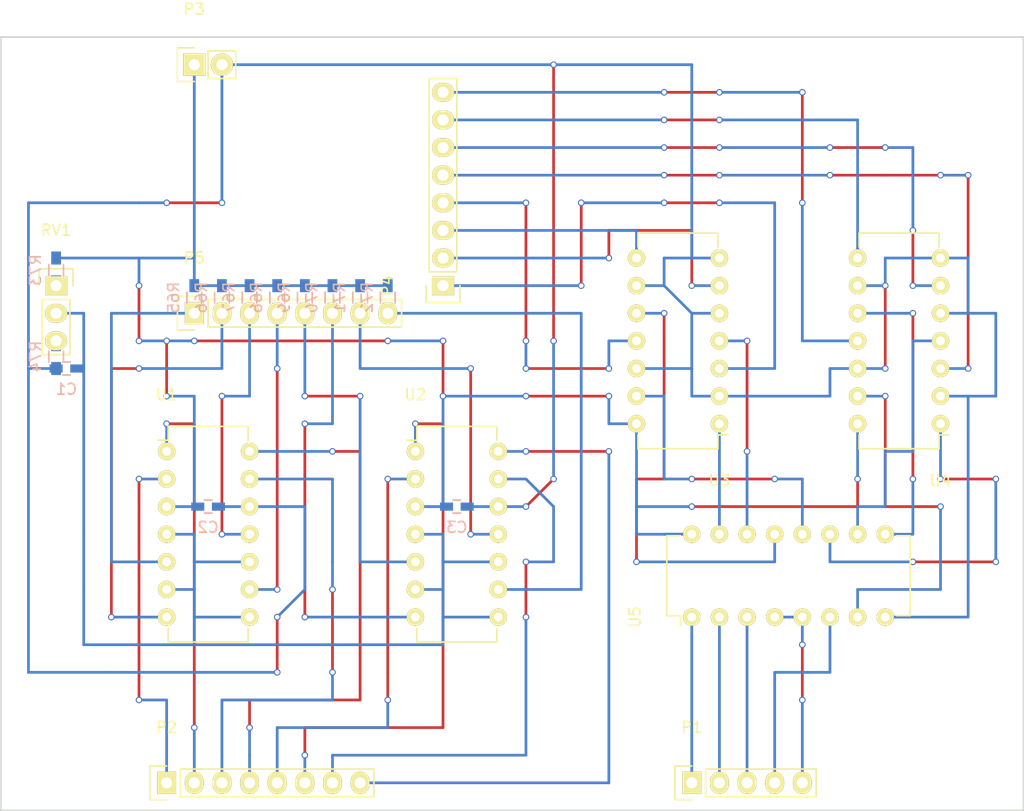
<source format=kicad_pcb>
(kicad_pcb (version 4) (host pcbnew 4.0.4+e1-6308~48~ubuntu14.04.1-stable)

  (general
    (links 90)
    (no_connects 5)
    (area 101.524999 72.665 195.655001 147.395001)
    (thickness 1.6)
    (drawings 6)
    (tracks 399)
    (zones 0)
    (modules 24)
    (nets 43)
  )

  (page A4)
  (layers
    (0 F.Cu signal)
    (31 B.Cu signal)
    (32 B.Adhes user)
    (33 F.Adhes user)
    (34 B.Paste user)
    (35 F.Paste user)
    (36 B.SilkS user)
    (37 F.SilkS user)
    (38 B.Mask user)
    (39 F.Mask user)
    (40 Dwgs.User user)
    (41 Cmts.User user)
    (42 Eco1.User user)
    (43 Eco2.User user)
    (44 Edge.Cuts user)
    (45 Margin user)
    (46 B.CrtYd user)
    (47 F.CrtYd user)
    (48 B.Fab user)
    (49 F.Fab user)
  )

  (setup
    (last_trace_width 0.25)
    (trace_clearance 0.2)
    (zone_clearance 0.508)
    (zone_45_only no)
    (trace_min 0.2)
    (segment_width 0.2)
    (edge_width 0.15)
    (via_size 0.6)
    (via_drill 0.4)
    (via_min_size 0.4)
    (via_min_drill 0.3)
    (uvia_size 0.3)
    (uvia_drill 0.1)
    (uvias_allowed no)
    (uvia_min_size 0.2)
    (uvia_min_drill 0.1)
    (pcb_text_width 0.3)
    (pcb_text_size 1.5 1.5)
    (mod_edge_width 0.15)
    (mod_text_size 1 1)
    (mod_text_width 0.15)
    (pad_size 1.524 1.524)
    (pad_drill 0.762)
    (pad_to_mask_clearance 0.2)
    (aux_axis_origin 0 0)
    (visible_elements 7FFFFFFF)
    (pcbplotparams
      (layerselection 0x00030_80000001)
      (usegerberextensions false)
      (excludeedgelayer true)
      (linewidth 0.100000)
      (plotframeref false)
      (viasonmask false)
      (mode 1)
      (useauxorigin false)
      (hpglpennumber 1)
      (hpglpenspeed 20)
      (hpglpendiameter 15)
      (hpglpenoverlay 2)
      (psnegative false)
      (psa4output false)
      (plotreference true)
      (plotvalue true)
      (plotinvisibletext false)
      (padsonsilk false)
      (subtractmaskfromsilk false)
      (outputformat 1)
      (mirror false)
      (drillshape 1)
      (scaleselection 1)
      (outputdirectory ""))
  )

  (net 0 "")
  (net 1 GND)
  (net 2 "Net-(C1-Pad2)")
  (net 3 VCC)
  (net 4 "Net-(P1-Pad1)")
  (net 5 "Net-(P1-Pad2)")
  (net 6 "Net-(P1-Pad3)")
  (net 7 "Net-(P1-Pad4)")
  (net 8 "Net-(P1-Pad5)")
  (net 9 "Net-(P2-Pad1)")
  (net 10 "Net-(P2-Pad2)")
  (net 11 "Net-(P2-Pad3)")
  (net 12 "Net-(P2-Pad4)")
  (net 13 "Net-(P2-Pad5)")
  (net 14 "Net-(P2-Pad6)")
  (net 15 "Net-(P2-Pad7)")
  (net 16 "Net-(P2-Pad8)")
  (net 17 "Net-(R73-Pad2)")
  (net 18 "Net-(R74-Pad1)")
  (net 19 "Net-(U3-Pad1)")
  (net 20 "Net-(U3-Pad4)")
  (net 21 "Net-(U3-Pad10)")
  (net 22 "Net-(U3-Pad13)")
  (net 23 "Net-(U4-Pad1)")
  (net 24 "Net-(U4-Pad4)")
  (net 25 "Net-(U4-Pad10)")
  (net 26 "Net-(U4-Pad13)")
  (net 27 "Net-(P4-Pad1)")
  (net 28 "Net-(P4-Pad2)")
  (net 29 "Net-(P4-Pad3)")
  (net 30 "Net-(P4-Pad4)")
  (net 31 "Net-(P4-Pad5)")
  (net 32 "Net-(P4-Pad6)")
  (net 33 "Net-(P4-Pad7)")
  (net 34 "Net-(P4-Pad8)")
  (net 35 "Net-(P5-Pad1)")
  (net 36 "Net-(P5-Pad2)")
  (net 37 "Net-(P5-Pad3)")
  (net 38 "Net-(P5-Pad4)")
  (net 39 "Net-(P5-Pad5)")
  (net 40 "Net-(P5-Pad6)")
  (net 41 "Net-(P5-Pad7)")
  (net 42 "Net-(P5-Pad8)")

  (net_class Default "これは標準のネット クラスです。"
    (clearance 0.2)
    (trace_width 0.25)
    (via_dia 0.6)
    (via_drill 0.4)
    (uvia_dia 0.3)
    (uvia_drill 0.1)
    (add_net GND)
    (add_net "Net-(C1-Pad2)")
    (add_net "Net-(P1-Pad1)")
    (add_net "Net-(P1-Pad2)")
    (add_net "Net-(P1-Pad3)")
    (add_net "Net-(P1-Pad4)")
    (add_net "Net-(P1-Pad5)")
    (add_net "Net-(P2-Pad1)")
    (add_net "Net-(P2-Pad2)")
    (add_net "Net-(P2-Pad3)")
    (add_net "Net-(P2-Pad4)")
    (add_net "Net-(P2-Pad5)")
    (add_net "Net-(P2-Pad6)")
    (add_net "Net-(P2-Pad7)")
    (add_net "Net-(P2-Pad8)")
    (add_net "Net-(P4-Pad1)")
    (add_net "Net-(P4-Pad2)")
    (add_net "Net-(P4-Pad3)")
    (add_net "Net-(P4-Pad4)")
    (add_net "Net-(P4-Pad5)")
    (add_net "Net-(P4-Pad6)")
    (add_net "Net-(P4-Pad7)")
    (add_net "Net-(P4-Pad8)")
    (add_net "Net-(P5-Pad1)")
    (add_net "Net-(P5-Pad2)")
    (add_net "Net-(P5-Pad3)")
    (add_net "Net-(P5-Pad4)")
    (add_net "Net-(P5-Pad5)")
    (add_net "Net-(P5-Pad6)")
    (add_net "Net-(P5-Pad7)")
    (add_net "Net-(P5-Pad8)")
    (add_net "Net-(R73-Pad2)")
    (add_net "Net-(R74-Pad1)")
    (add_net "Net-(U3-Pad1)")
    (add_net "Net-(U3-Pad10)")
    (add_net "Net-(U3-Pad13)")
    (add_net "Net-(U3-Pad4)")
    (add_net "Net-(U4-Pad1)")
    (add_net "Net-(U4-Pad10)")
    (add_net "Net-(U4-Pad13)")
    (add_net "Net-(U4-Pad4)")
    (add_net VCC)
  )

  (module Housings_DIP:DIP-14_W7.62mm (layer F.Cu) (tedit 54130A77) (tstamp 57F96CB8)
    (at 167.64 111.76 180)
    (descr "14-lead dip package, row spacing 7.62 mm (300 mils)")
    (tags "dil dip 2.54 300")
    (path /57FA1904)
    (fp_text reference U3 (at 0 -5.22 180) (layer F.SilkS)
      (effects (font (size 1 1) (thickness 0.15)))
    )
    (fp_text value 74LS125 (at 0 -3.72 180) (layer F.Fab)
      (effects (font (size 1 1) (thickness 0.15)))
    )
    (fp_line (start -1.05 -2.45) (end -1.05 17.7) (layer F.CrtYd) (width 0.05))
    (fp_line (start 8.65 -2.45) (end 8.65 17.7) (layer F.CrtYd) (width 0.05))
    (fp_line (start -1.05 -2.45) (end 8.65 -2.45) (layer F.CrtYd) (width 0.05))
    (fp_line (start -1.05 17.7) (end 8.65 17.7) (layer F.CrtYd) (width 0.05))
    (fp_line (start 0.135 -2.295) (end 0.135 -1.025) (layer F.SilkS) (width 0.15))
    (fp_line (start 7.485 -2.295) (end 7.485 -1.025) (layer F.SilkS) (width 0.15))
    (fp_line (start 7.485 17.535) (end 7.485 16.265) (layer F.SilkS) (width 0.15))
    (fp_line (start 0.135 17.535) (end 0.135 16.265) (layer F.SilkS) (width 0.15))
    (fp_line (start 0.135 -2.295) (end 7.485 -2.295) (layer F.SilkS) (width 0.15))
    (fp_line (start 0.135 17.535) (end 7.485 17.535) (layer F.SilkS) (width 0.15))
    (fp_line (start 0.135 -1.025) (end -0.8 -1.025) (layer F.SilkS) (width 0.15))
    (pad 1 thru_hole oval (at 0 0 180) (size 1.6 1.6) (drill 0.8) (layers *.Cu *.Mask F.SilkS)
      (net 19 "Net-(U3-Pad1)"))
    (pad 2 thru_hole oval (at 0 2.54 180) (size 1.6 1.6) (drill 0.8) (layers *.Cu *.Mask F.SilkS)
      (net 1 GND))
    (pad 3 thru_hole oval (at 0 5.08 180) (size 1.6 1.6) (drill 0.8) (layers *.Cu *.Mask F.SilkS)
      (net 27 "Net-(P4-Pad1)"))
    (pad 4 thru_hole oval (at 0 7.62 180) (size 1.6 1.6) (drill 0.8) (layers *.Cu *.Mask F.SilkS)
      (net 20 "Net-(U3-Pad4)"))
    (pad 5 thru_hole oval (at 0 10.16 180) (size 1.6 1.6) (drill 0.8) (layers *.Cu *.Mask F.SilkS)
      (net 1 GND))
    (pad 6 thru_hole oval (at 0 12.7 180) (size 1.6 1.6) (drill 0.8) (layers *.Cu *.Mask F.SilkS)
      (net 28 "Net-(P4-Pad2)"))
    (pad 7 thru_hole oval (at 0 15.24 180) (size 1.6 1.6) (drill 0.8) (layers *.Cu *.Mask F.SilkS)
      (net 1 GND))
    (pad 8 thru_hole oval (at 7.62 15.24 180) (size 1.6 1.6) (drill 0.8) (layers *.Cu *.Mask F.SilkS)
      (net 29 "Net-(P4-Pad3)"))
    (pad 9 thru_hole oval (at 7.62 12.7 180) (size 1.6 1.6) (drill 0.8) (layers *.Cu *.Mask F.SilkS)
      (net 1 GND))
    (pad 10 thru_hole oval (at 7.62 10.16 180) (size 1.6 1.6) (drill 0.8) (layers *.Cu *.Mask F.SilkS)
      (net 21 "Net-(U3-Pad10)"))
    (pad 11 thru_hole oval (at 7.62 7.62 180) (size 1.6 1.6) (drill 0.8) (layers *.Cu *.Mask F.SilkS)
      (net 30 "Net-(P4-Pad4)"))
    (pad 12 thru_hole oval (at 7.62 5.08 180) (size 1.6 1.6) (drill 0.8) (layers *.Cu *.Mask F.SilkS)
      (net 1 GND))
    (pad 13 thru_hole oval (at 7.62 2.54 180) (size 1.6 1.6) (drill 0.8) (layers *.Cu *.Mask F.SilkS)
      (net 22 "Net-(U3-Pad13)"))
    (pad 14 thru_hole oval (at 7.62 0 180) (size 1.6 1.6) (drill 0.8) (layers *.Cu *.Mask F.SilkS)
      (net 3 VCC))
    (model Housings_DIP.3dshapes/DIP-14_W7.62mm.wrl
      (at (xyz 0 0 0))
      (scale (xyz 1 1 1))
      (rotate (xyz 0 0 0))
    )
  )

  (module Housings_DIP:DIP-14_W7.62mm (layer F.Cu) (tedit 54130A77) (tstamp 57F96CA6)
    (at 139.7 114.3)
    (descr "14-lead dip package, row spacing 7.62 mm (300 mils)")
    (tags "dil dip 2.54 300")
    (path /57F828CD)
    (fp_text reference U2 (at 0 -5.22) (layer F.SilkS)
      (effects (font (size 1 1) (thickness 0.15)))
    )
    (fp_text value LM339 (at 0 -3.72) (layer F.Fab)
      (effects (font (size 1 1) (thickness 0.15)))
    )
    (fp_line (start -1.05 -2.45) (end -1.05 17.7) (layer F.CrtYd) (width 0.05))
    (fp_line (start 8.65 -2.45) (end 8.65 17.7) (layer F.CrtYd) (width 0.05))
    (fp_line (start -1.05 -2.45) (end 8.65 -2.45) (layer F.CrtYd) (width 0.05))
    (fp_line (start -1.05 17.7) (end 8.65 17.7) (layer F.CrtYd) (width 0.05))
    (fp_line (start 0.135 -2.295) (end 0.135 -1.025) (layer F.SilkS) (width 0.15))
    (fp_line (start 7.485 -2.295) (end 7.485 -1.025) (layer F.SilkS) (width 0.15))
    (fp_line (start 7.485 17.535) (end 7.485 16.265) (layer F.SilkS) (width 0.15))
    (fp_line (start 0.135 17.535) (end 0.135 16.265) (layer F.SilkS) (width 0.15))
    (fp_line (start 0.135 -2.295) (end 7.485 -2.295) (layer F.SilkS) (width 0.15))
    (fp_line (start 0.135 17.535) (end 7.485 17.535) (layer F.SilkS) (width 0.15))
    (fp_line (start 0.135 -1.025) (end -0.8 -1.025) (layer F.SilkS) (width 0.15))
    (pad 1 thru_hole oval (at 0 0) (size 1.6 1.6) (drill 0.8) (layers *.Cu *.Mask F.SilkS)
      (net 14 "Net-(P2-Pad6)"))
    (pad 2 thru_hole oval (at 0 2.54) (size 1.6 1.6) (drill 0.8) (layers *.Cu *.Mask F.SilkS)
      (net 13 "Net-(P2-Pad5)"))
    (pad 3 thru_hole oval (at 0 5.08) (size 1.6 1.6) (drill 0.8) (layers *.Cu *.Mask F.SilkS)
      (net 3 VCC))
    (pad 4 thru_hole oval (at 0 7.62) (size 1.6 1.6) (drill 0.8) (layers *.Cu *.Mask F.SilkS)
      (net 2 "Net-(C1-Pad2)"))
    (pad 5 thru_hole oval (at 0 10.16) (size 1.6 1.6) (drill 0.8) (layers *.Cu *.Mask F.SilkS)
      (net 39 "Net-(P5-Pad5)"))
    (pad 6 thru_hole oval (at 0 12.7) (size 1.6 1.6) (drill 0.8) (layers *.Cu *.Mask F.SilkS)
      (net 2 "Net-(C1-Pad2)"))
    (pad 7 thru_hole oval (at 0 15.24) (size 1.6 1.6) (drill 0.8) (layers *.Cu *.Mask F.SilkS)
      (net 40 "Net-(P5-Pad6)"))
    (pad 8 thru_hole oval (at 7.62 15.24) (size 1.6 1.6) (drill 0.8) (layers *.Cu *.Mask F.SilkS)
      (net 2 "Net-(C1-Pad2)"))
    (pad 9 thru_hole oval (at 7.62 12.7) (size 1.6 1.6) (drill 0.8) (layers *.Cu *.Mask F.SilkS)
      (net 42 "Net-(P5-Pad8)"))
    (pad 10 thru_hole oval (at 7.62 10.16) (size 1.6 1.6) (drill 0.8) (layers *.Cu *.Mask F.SilkS)
      (net 2 "Net-(C1-Pad2)"))
    (pad 11 thru_hole oval (at 7.62 7.62) (size 1.6 1.6) (drill 0.8) (layers *.Cu *.Mask F.SilkS)
      (net 41 "Net-(P5-Pad7)"))
    (pad 12 thru_hole oval (at 7.62 5.08) (size 1.6 1.6) (drill 0.8) (layers *.Cu *.Mask F.SilkS)
      (net 1 GND))
    (pad 13 thru_hole oval (at 7.62 2.54) (size 1.6 1.6) (drill 0.8) (layers *.Cu *.Mask F.SilkS)
      (net 15 "Net-(P2-Pad7)"))
    (pad 14 thru_hole oval (at 7.62 0) (size 1.6 1.6) (drill 0.8) (layers *.Cu *.Mask F.SilkS)
      (net 16 "Net-(P2-Pad8)"))
    (model Housings_DIP.3dshapes/DIP-14_W7.62mm.wrl
      (at (xyz 0 0 0))
      (scale (xyz 1 1 1))
      (rotate (xyz 0 0 0))
    )
  )

  (module Capacitors_SMD:C_0603_HandSoldering (layer B.Cu) (tedit 541A9B4D) (tstamp 57F96AA4)
    (at 143.51 119.38)
    (descr "Capacitor SMD 0603, hand soldering")
    (tags "capacitor 0603")
    (path /57FC5945)
    (attr smd)
    (fp_text reference C3 (at 0 1.9) (layer B.SilkS)
      (effects (font (size 1 1) (thickness 0.15)) (justify mirror))
    )
    (fp_text value C (at 0 -1.9) (layer B.Fab)
      (effects (font (size 1 1) (thickness 0.15)) (justify mirror))
    )
    (fp_line (start -0.8 -0.4) (end -0.8 0.4) (layer B.Fab) (width 0.15))
    (fp_line (start 0.8 -0.4) (end -0.8 -0.4) (layer B.Fab) (width 0.15))
    (fp_line (start 0.8 0.4) (end 0.8 -0.4) (layer B.Fab) (width 0.15))
    (fp_line (start -0.8 0.4) (end 0.8 0.4) (layer B.Fab) (width 0.15))
    (fp_line (start -1.85 0.75) (end 1.85 0.75) (layer B.CrtYd) (width 0.05))
    (fp_line (start -1.85 -0.75) (end 1.85 -0.75) (layer B.CrtYd) (width 0.05))
    (fp_line (start -1.85 0.75) (end -1.85 -0.75) (layer B.CrtYd) (width 0.05))
    (fp_line (start 1.85 0.75) (end 1.85 -0.75) (layer B.CrtYd) (width 0.05))
    (fp_line (start -0.35 0.6) (end 0.35 0.6) (layer B.SilkS) (width 0.15))
    (fp_line (start 0.35 -0.6) (end -0.35 -0.6) (layer B.SilkS) (width 0.15))
    (pad 1 smd rect (at -0.95 0) (size 1.2 0.75) (layers B.Cu B.Paste B.Mask)
      (net 3 VCC))
    (pad 2 smd rect (at 0.95 0) (size 1.2 0.75) (layers B.Cu B.Paste B.Mask)
      (net 1 GND))
    (model Capacitors_SMD.3dshapes/C_0603_HandSoldering.wrl
      (at (xyz 0 0 0))
      (scale (xyz 1 1 1))
      (rotate (xyz 0 0 0))
    )
  )

  (module Capacitors_SMD:C_0603_HandSoldering (layer B.Cu) (tedit 541A9B4D) (tstamp 57F96A98)
    (at 107.63 106.68)
    (descr "Capacitor SMD 0603, hand soldering")
    (tags "capacitor 0603")
    (path /57F8B024)
    (attr smd)
    (fp_text reference C1 (at 0 1.9) (layer B.SilkS)
      (effects (font (size 1 1) (thickness 0.15)) (justify mirror))
    )
    (fp_text value 0.1uF (at 0 -1.9) (layer B.Fab)
      (effects (font (size 1 1) (thickness 0.15)) (justify mirror))
    )
    (fp_line (start -0.8 -0.4) (end -0.8 0.4) (layer B.Fab) (width 0.15))
    (fp_line (start 0.8 -0.4) (end -0.8 -0.4) (layer B.Fab) (width 0.15))
    (fp_line (start 0.8 0.4) (end 0.8 -0.4) (layer B.Fab) (width 0.15))
    (fp_line (start -0.8 0.4) (end 0.8 0.4) (layer B.Fab) (width 0.15))
    (fp_line (start -1.85 0.75) (end 1.85 0.75) (layer B.CrtYd) (width 0.05))
    (fp_line (start -1.85 -0.75) (end 1.85 -0.75) (layer B.CrtYd) (width 0.05))
    (fp_line (start -1.85 0.75) (end -1.85 -0.75) (layer B.CrtYd) (width 0.05))
    (fp_line (start 1.85 0.75) (end 1.85 -0.75) (layer B.CrtYd) (width 0.05))
    (fp_line (start -0.35 0.6) (end 0.35 0.6) (layer B.SilkS) (width 0.15))
    (fp_line (start 0.35 -0.6) (end -0.35 -0.6) (layer B.SilkS) (width 0.15))
    (pad 1 smd rect (at -0.95 0) (size 1.2 0.75) (layers B.Cu B.Paste B.Mask)
      (net 1 GND))
    (pad 2 smd rect (at 0.95 0) (size 1.2 0.75) (layers B.Cu B.Paste B.Mask)
      (net 2 "Net-(C1-Pad2)"))
    (model Capacitors_SMD.3dshapes/C_0603_HandSoldering.wrl
      (at (xyz 0 0 0))
      (scale (xyz 1 1 1))
      (rotate (xyz 0 0 0))
    )
  )

  (module Capacitors_SMD:C_0603_HandSoldering (layer B.Cu) (tedit 541A9B4D) (tstamp 57F96A9E)
    (at 120.65 119.38)
    (descr "Capacitor SMD 0603, hand soldering")
    (tags "capacitor 0603")
    (path /57FC57F6)
    (attr smd)
    (fp_text reference C2 (at 0 1.9) (layer B.SilkS)
      (effects (font (size 1 1) (thickness 0.15)) (justify mirror))
    )
    (fp_text value C (at 0 -1.9) (layer B.Fab)
      (effects (font (size 1 1) (thickness 0.15)) (justify mirror))
    )
    (fp_line (start -0.8 -0.4) (end -0.8 0.4) (layer B.Fab) (width 0.15))
    (fp_line (start 0.8 -0.4) (end -0.8 -0.4) (layer B.Fab) (width 0.15))
    (fp_line (start 0.8 0.4) (end 0.8 -0.4) (layer B.Fab) (width 0.15))
    (fp_line (start -0.8 0.4) (end 0.8 0.4) (layer B.Fab) (width 0.15))
    (fp_line (start -1.85 0.75) (end 1.85 0.75) (layer B.CrtYd) (width 0.05))
    (fp_line (start -1.85 -0.75) (end 1.85 -0.75) (layer B.CrtYd) (width 0.05))
    (fp_line (start -1.85 0.75) (end -1.85 -0.75) (layer B.CrtYd) (width 0.05))
    (fp_line (start 1.85 0.75) (end 1.85 -0.75) (layer B.CrtYd) (width 0.05))
    (fp_line (start -0.35 0.6) (end 0.35 0.6) (layer B.SilkS) (width 0.15))
    (fp_line (start 0.35 -0.6) (end -0.35 -0.6) (layer B.SilkS) (width 0.15))
    (pad 1 smd rect (at -0.95 0) (size 1.2 0.75) (layers B.Cu B.Paste B.Mask)
      (net 3 VCC))
    (pad 2 smd rect (at 0.95 0) (size 1.2 0.75) (layers B.Cu B.Paste B.Mask)
      (net 1 GND))
    (model Capacitors_SMD.3dshapes/C_0603_HandSoldering.wrl
      (at (xyz 0 0 0))
      (scale (xyz 1 1 1))
      (rotate (xyz 0 0 0))
    )
  )

  (module Socket_Strips:Socket_Strip_Straight_1x08 (layer F.Cu) (tedit 0) (tstamp 57F96AB9)
    (at 116.84 144.78)
    (descr "Through hole socket strip")
    (tags "socket strip")
    (path /57FA73CE)
    (fp_text reference P2 (at 0 -5.1) (layer F.SilkS)
      (effects (font (size 1 1) (thickness 0.15)))
    )
    (fp_text value CONN_01X08 (at 0 -3.1) (layer F.Fab)
      (effects (font (size 1 1) (thickness 0.15)))
    )
    (fp_line (start -1.75 -1.75) (end -1.75 1.75) (layer F.CrtYd) (width 0.05))
    (fp_line (start 19.55 -1.75) (end 19.55 1.75) (layer F.CrtYd) (width 0.05))
    (fp_line (start -1.75 -1.75) (end 19.55 -1.75) (layer F.CrtYd) (width 0.05))
    (fp_line (start -1.75 1.75) (end 19.55 1.75) (layer F.CrtYd) (width 0.05))
    (fp_line (start 1.27 1.27) (end 19.05 1.27) (layer F.SilkS) (width 0.15))
    (fp_line (start 19.05 1.27) (end 19.05 -1.27) (layer F.SilkS) (width 0.15))
    (fp_line (start 19.05 -1.27) (end 1.27 -1.27) (layer F.SilkS) (width 0.15))
    (fp_line (start -1.55 1.55) (end 0 1.55) (layer F.SilkS) (width 0.15))
    (fp_line (start 1.27 1.27) (end 1.27 -1.27) (layer F.SilkS) (width 0.15))
    (fp_line (start 0 -1.55) (end -1.55 -1.55) (layer F.SilkS) (width 0.15))
    (fp_line (start -1.55 -1.55) (end -1.55 1.55) (layer F.SilkS) (width 0.15))
    (pad 1 thru_hole rect (at 0 0) (size 1.7272 2.032) (drill 1.016) (layers *.Cu *.Mask F.SilkS)
      (net 9 "Net-(P2-Pad1)"))
    (pad 2 thru_hole oval (at 2.54 0) (size 1.7272 2.032) (drill 1.016) (layers *.Cu *.Mask F.SilkS)
      (net 10 "Net-(P2-Pad2)"))
    (pad 3 thru_hole oval (at 5.08 0) (size 1.7272 2.032) (drill 1.016) (layers *.Cu *.Mask F.SilkS)
      (net 11 "Net-(P2-Pad3)"))
    (pad 4 thru_hole oval (at 7.62 0) (size 1.7272 2.032) (drill 1.016) (layers *.Cu *.Mask F.SilkS)
      (net 12 "Net-(P2-Pad4)"))
    (pad 5 thru_hole oval (at 10.16 0) (size 1.7272 2.032) (drill 1.016) (layers *.Cu *.Mask F.SilkS)
      (net 13 "Net-(P2-Pad5)"))
    (pad 6 thru_hole oval (at 12.7 0) (size 1.7272 2.032) (drill 1.016) (layers *.Cu *.Mask F.SilkS)
      (net 14 "Net-(P2-Pad6)"))
    (pad 7 thru_hole oval (at 15.24 0) (size 1.7272 2.032) (drill 1.016) (layers *.Cu *.Mask F.SilkS)
      (net 15 "Net-(P2-Pad7)"))
    (pad 8 thru_hole oval (at 17.78 0) (size 1.7272 2.032) (drill 1.016) (layers *.Cu *.Mask F.SilkS)
      (net 16 "Net-(P2-Pad8)"))
    (model Socket_Strips.3dshapes/Socket_Strip_Straight_1x08.wrl
      (at (xyz 0.35 0 0))
      (scale (xyz 1 1 1))
      (rotate (xyz 0 0 180))
    )
  )

  (module Socket_Strips:Socket_Strip_Straight_1x02 (layer F.Cu) (tedit 54E9F75E) (tstamp 57F96ABF)
    (at 119.38 78.74)
    (descr "Through hole socket strip")
    (tags "socket strip")
    (path /57FBECE0)
    (fp_text reference P3 (at 0 -5.1) (layer F.SilkS)
      (effects (font (size 1 1) (thickness 0.15)))
    )
    (fp_text value CONN_01X02 (at 0 -3.1) (layer F.Fab)
      (effects (font (size 1 1) (thickness 0.15)))
    )
    (fp_line (start -1.55 1.55) (end 0 1.55) (layer F.SilkS) (width 0.15))
    (fp_line (start 3.81 1.27) (end 1.27 1.27) (layer F.SilkS) (width 0.15))
    (fp_line (start -1.75 -1.75) (end -1.75 1.75) (layer F.CrtYd) (width 0.05))
    (fp_line (start 4.3 -1.75) (end 4.3 1.75) (layer F.CrtYd) (width 0.05))
    (fp_line (start -1.75 -1.75) (end 4.3 -1.75) (layer F.CrtYd) (width 0.05))
    (fp_line (start -1.75 1.75) (end 4.3 1.75) (layer F.CrtYd) (width 0.05))
    (fp_line (start 1.27 1.27) (end 1.27 -1.27) (layer F.SilkS) (width 0.15))
    (fp_line (start 0 -1.55) (end -1.55 -1.55) (layer F.SilkS) (width 0.15))
    (fp_line (start -1.55 -1.55) (end -1.55 1.55) (layer F.SilkS) (width 0.15))
    (fp_line (start 1.27 -1.27) (end 3.81 -1.27) (layer F.SilkS) (width 0.15))
    (fp_line (start 3.81 -1.27) (end 3.81 1.27) (layer F.SilkS) (width 0.15))
    (pad 1 thru_hole rect (at 0 0) (size 2.032 2.032) (drill 1.016) (layers *.Cu *.Mask F.SilkS)
      (net 3 VCC))
    (pad 2 thru_hole oval (at 2.54 0) (size 2.032 2.032) (drill 1.016) (layers *.Cu *.Mask F.SilkS)
      (net 1 GND))
    (model Socket_Strips.3dshapes/Socket_Strip_Straight_1x02.wrl
      (at (xyz 0.05 0 0))
      (scale (xyz 1 1 1))
      (rotate (xyz 0 0 180))
    )
  )

  (module Resistors_SMD:R_0603_HandSoldering (layer B.Cu) (tedit 5418A00F) (tstamp 57F96C45)
    (at 119.38 100.16 270)
    (descr "Resistor SMD 0603, hand soldering")
    (tags "resistor 0603")
    (path /57F84E6E)
    (attr smd)
    (fp_text reference R65 (at 0 1.9 270) (layer B.SilkS)
      (effects (font (size 1 1) (thickness 0.15)) (justify mirror))
    )
    (fp_text value R (at 0 -1.9 270) (layer B.Fab)
      (effects (font (size 1 1) (thickness 0.15)) (justify mirror))
    )
    (fp_line (start -2 0.8) (end 2 0.8) (layer B.CrtYd) (width 0.05))
    (fp_line (start -2 -0.8) (end 2 -0.8) (layer B.CrtYd) (width 0.05))
    (fp_line (start -2 0.8) (end -2 -0.8) (layer B.CrtYd) (width 0.05))
    (fp_line (start 2 0.8) (end 2 -0.8) (layer B.CrtYd) (width 0.05))
    (fp_line (start 0.5 -0.675) (end -0.5 -0.675) (layer B.SilkS) (width 0.15))
    (fp_line (start -0.5 0.675) (end 0.5 0.675) (layer B.SilkS) (width 0.15))
    (pad 1 smd rect (at -1.1 0 270) (size 1.2 0.9) (layers B.Cu B.Paste B.Mask)
      (net 3 VCC))
    (pad 2 smd rect (at 1.1 0 270) (size 1.2 0.9) (layers B.Cu B.Paste B.Mask)
      (net 35 "Net-(P5-Pad1)"))
    (model Resistors_SMD.3dshapes/R_0603_HandSoldering.wrl
      (at (xyz 0 0 0))
      (scale (xyz 1 1 1))
      (rotate (xyz 0 0 0))
    )
  )

  (module Resistors_SMD:R_0603_HandSoldering (layer B.Cu) (tedit 5418A00F) (tstamp 57F96C4B)
    (at 121.92 100.16 270)
    (descr "Resistor SMD 0603, hand soldering")
    (tags "resistor 0603")
    (path /57F84D5E)
    (attr smd)
    (fp_text reference R66 (at 0 1.9 270) (layer B.SilkS)
      (effects (font (size 1 1) (thickness 0.15)) (justify mirror))
    )
    (fp_text value R (at 0 -1.9 270) (layer B.Fab)
      (effects (font (size 1 1) (thickness 0.15)) (justify mirror))
    )
    (fp_line (start -2 0.8) (end 2 0.8) (layer B.CrtYd) (width 0.05))
    (fp_line (start -2 -0.8) (end 2 -0.8) (layer B.CrtYd) (width 0.05))
    (fp_line (start -2 0.8) (end -2 -0.8) (layer B.CrtYd) (width 0.05))
    (fp_line (start 2 0.8) (end 2 -0.8) (layer B.CrtYd) (width 0.05))
    (fp_line (start 0.5 -0.675) (end -0.5 -0.675) (layer B.SilkS) (width 0.15))
    (fp_line (start -0.5 0.675) (end 0.5 0.675) (layer B.SilkS) (width 0.15))
    (pad 1 smd rect (at -1.1 0 270) (size 1.2 0.9) (layers B.Cu B.Paste B.Mask)
      (net 3 VCC))
    (pad 2 smd rect (at 1.1 0 270) (size 1.2 0.9) (layers B.Cu B.Paste B.Mask)
      (net 36 "Net-(P5-Pad2)"))
    (model Resistors_SMD.3dshapes/R_0603_HandSoldering.wrl
      (at (xyz 0 0 0))
      (scale (xyz 1 1 1))
      (rotate (xyz 0 0 0))
    )
  )

  (module Resistors_SMD:R_0603_HandSoldering (layer B.Cu) (tedit 5418A00F) (tstamp 57F96C51)
    (at 124.46 100.16 270)
    (descr "Resistor SMD 0603, hand soldering")
    (tags "resistor 0603")
    (path /57F84C59)
    (attr smd)
    (fp_text reference R67 (at 0 1.9 270) (layer B.SilkS)
      (effects (font (size 1 1) (thickness 0.15)) (justify mirror))
    )
    (fp_text value R (at 0 -1.9 270) (layer B.Fab)
      (effects (font (size 1 1) (thickness 0.15)) (justify mirror))
    )
    (fp_line (start -2 0.8) (end 2 0.8) (layer B.CrtYd) (width 0.05))
    (fp_line (start -2 -0.8) (end 2 -0.8) (layer B.CrtYd) (width 0.05))
    (fp_line (start -2 0.8) (end -2 -0.8) (layer B.CrtYd) (width 0.05))
    (fp_line (start 2 0.8) (end 2 -0.8) (layer B.CrtYd) (width 0.05))
    (fp_line (start 0.5 -0.675) (end -0.5 -0.675) (layer B.SilkS) (width 0.15))
    (fp_line (start -0.5 0.675) (end 0.5 0.675) (layer B.SilkS) (width 0.15))
    (pad 1 smd rect (at -1.1 0 270) (size 1.2 0.9) (layers B.Cu B.Paste B.Mask)
      (net 3 VCC))
    (pad 2 smd rect (at 1.1 0 270) (size 1.2 0.9) (layers B.Cu B.Paste B.Mask)
      (net 37 "Net-(P5-Pad3)"))
    (model Resistors_SMD.3dshapes/R_0603_HandSoldering.wrl
      (at (xyz 0 0 0))
      (scale (xyz 1 1 1))
      (rotate (xyz 0 0 0))
    )
  )

  (module Resistors_SMD:R_0603_HandSoldering (layer B.Cu) (tedit 5418A00F) (tstamp 57F96C57)
    (at 127 100.16 270)
    (descr "Resistor SMD 0603, hand soldering")
    (tags "resistor 0603")
    (path /57F84AFE)
    (attr smd)
    (fp_text reference R68 (at 0 1.9 270) (layer B.SilkS)
      (effects (font (size 1 1) (thickness 0.15)) (justify mirror))
    )
    (fp_text value R (at 0 -1.9 270) (layer B.Fab)
      (effects (font (size 1 1) (thickness 0.15)) (justify mirror))
    )
    (fp_line (start -2 0.8) (end 2 0.8) (layer B.CrtYd) (width 0.05))
    (fp_line (start -2 -0.8) (end 2 -0.8) (layer B.CrtYd) (width 0.05))
    (fp_line (start -2 0.8) (end -2 -0.8) (layer B.CrtYd) (width 0.05))
    (fp_line (start 2 0.8) (end 2 -0.8) (layer B.CrtYd) (width 0.05))
    (fp_line (start 0.5 -0.675) (end -0.5 -0.675) (layer B.SilkS) (width 0.15))
    (fp_line (start -0.5 0.675) (end 0.5 0.675) (layer B.SilkS) (width 0.15))
    (pad 1 smd rect (at -1.1 0 270) (size 1.2 0.9) (layers B.Cu B.Paste B.Mask)
      (net 3 VCC))
    (pad 2 smd rect (at 1.1 0 270) (size 1.2 0.9) (layers B.Cu B.Paste B.Mask)
      (net 38 "Net-(P5-Pad4)"))
    (model Resistors_SMD.3dshapes/R_0603_HandSoldering.wrl
      (at (xyz 0 0 0))
      (scale (xyz 1 1 1))
      (rotate (xyz 0 0 0))
    )
  )

  (module Resistors_SMD:R_0603_HandSoldering (layer B.Cu) (tedit 5418A00F) (tstamp 57F96C5D)
    (at 129.54 100.16 270)
    (descr "Resistor SMD 0603, hand soldering")
    (tags "resistor 0603")
    (path /57F59C4D)
    (attr smd)
    (fp_text reference R69 (at 0 1.9 270) (layer B.SilkS)
      (effects (font (size 1 1) (thickness 0.15)) (justify mirror))
    )
    (fp_text value R (at 0 -1.9 270) (layer B.Fab)
      (effects (font (size 1 1) (thickness 0.15)) (justify mirror))
    )
    (fp_line (start -2 0.8) (end 2 0.8) (layer B.CrtYd) (width 0.05))
    (fp_line (start -2 -0.8) (end 2 -0.8) (layer B.CrtYd) (width 0.05))
    (fp_line (start -2 0.8) (end -2 -0.8) (layer B.CrtYd) (width 0.05))
    (fp_line (start 2 0.8) (end 2 -0.8) (layer B.CrtYd) (width 0.05))
    (fp_line (start 0.5 -0.675) (end -0.5 -0.675) (layer B.SilkS) (width 0.15))
    (fp_line (start -0.5 0.675) (end 0.5 0.675) (layer B.SilkS) (width 0.15))
    (pad 1 smd rect (at -1.1 0 270) (size 1.2 0.9) (layers B.Cu B.Paste B.Mask)
      (net 3 VCC))
    (pad 2 smd rect (at 1.1 0 270) (size 1.2 0.9) (layers B.Cu B.Paste B.Mask)
      (net 39 "Net-(P5-Pad5)"))
    (model Resistors_SMD.3dshapes/R_0603_HandSoldering.wrl
      (at (xyz 0 0 0))
      (scale (xyz 1 1 1))
      (rotate (xyz 0 0 0))
    )
  )

  (module Resistors_SMD:R_0603_HandSoldering (layer B.Cu) (tedit 5418A00F) (tstamp 57F96C63)
    (at 132.08 100.16 270)
    (descr "Resistor SMD 0603, hand soldering")
    (tags "resistor 0603")
    (path /57F59DF0)
    (attr smd)
    (fp_text reference R70 (at 0 1.9 270) (layer B.SilkS)
      (effects (font (size 1 1) (thickness 0.15)) (justify mirror))
    )
    (fp_text value R (at 0 -1.9 270) (layer B.Fab)
      (effects (font (size 1 1) (thickness 0.15)) (justify mirror))
    )
    (fp_line (start -2 0.8) (end 2 0.8) (layer B.CrtYd) (width 0.05))
    (fp_line (start -2 -0.8) (end 2 -0.8) (layer B.CrtYd) (width 0.05))
    (fp_line (start -2 0.8) (end -2 -0.8) (layer B.CrtYd) (width 0.05))
    (fp_line (start 2 0.8) (end 2 -0.8) (layer B.CrtYd) (width 0.05))
    (fp_line (start 0.5 -0.675) (end -0.5 -0.675) (layer B.SilkS) (width 0.15))
    (fp_line (start -0.5 0.675) (end 0.5 0.675) (layer B.SilkS) (width 0.15))
    (pad 1 smd rect (at -1.1 0 270) (size 1.2 0.9) (layers B.Cu B.Paste B.Mask)
      (net 3 VCC))
    (pad 2 smd rect (at 1.1 0 270) (size 1.2 0.9) (layers B.Cu B.Paste B.Mask)
      (net 40 "Net-(P5-Pad6)"))
    (model Resistors_SMD.3dshapes/R_0603_HandSoldering.wrl
      (at (xyz 0 0 0))
      (scale (xyz 1 1 1))
      (rotate (xyz 0 0 0))
    )
  )

  (module Resistors_SMD:R_0603_HandSoldering (layer B.Cu) (tedit 5418A00F) (tstamp 57F96C69)
    (at 134.62 100.16 270)
    (descr "Resistor SMD 0603, hand soldering")
    (tags "resistor 0603")
    (path /57F59E44)
    (attr smd)
    (fp_text reference R71 (at 0 1.9 270) (layer B.SilkS)
      (effects (font (size 1 1) (thickness 0.15)) (justify mirror))
    )
    (fp_text value R (at 0 -1.9 270) (layer B.Fab)
      (effects (font (size 1 1) (thickness 0.15)) (justify mirror))
    )
    (fp_line (start -2 0.8) (end 2 0.8) (layer B.CrtYd) (width 0.05))
    (fp_line (start -2 -0.8) (end 2 -0.8) (layer B.CrtYd) (width 0.05))
    (fp_line (start -2 0.8) (end -2 -0.8) (layer B.CrtYd) (width 0.05))
    (fp_line (start 2 0.8) (end 2 -0.8) (layer B.CrtYd) (width 0.05))
    (fp_line (start 0.5 -0.675) (end -0.5 -0.675) (layer B.SilkS) (width 0.15))
    (fp_line (start -0.5 0.675) (end 0.5 0.675) (layer B.SilkS) (width 0.15))
    (pad 1 smd rect (at -1.1 0 270) (size 1.2 0.9) (layers B.Cu B.Paste B.Mask)
      (net 3 VCC))
    (pad 2 smd rect (at 1.1 0 270) (size 1.2 0.9) (layers B.Cu B.Paste B.Mask)
      (net 41 "Net-(P5-Pad7)"))
    (model Resistors_SMD.3dshapes/R_0603_HandSoldering.wrl
      (at (xyz 0 0 0))
      (scale (xyz 1 1 1))
      (rotate (xyz 0 0 0))
    )
  )

  (module Resistors_SMD:R_0603_HandSoldering (layer B.Cu) (tedit 5418A00F) (tstamp 57F96C6F)
    (at 137.16 100.16 270)
    (descr "Resistor SMD 0603, hand soldering")
    (tags "resistor 0603")
    (path /57F59E97)
    (attr smd)
    (fp_text reference R72 (at 0 1.9 270) (layer B.SilkS)
      (effects (font (size 1 1) (thickness 0.15)) (justify mirror))
    )
    (fp_text value R (at 0 -1.9 270) (layer B.Fab)
      (effects (font (size 1 1) (thickness 0.15)) (justify mirror))
    )
    (fp_line (start -2 0.8) (end 2 0.8) (layer B.CrtYd) (width 0.05))
    (fp_line (start -2 -0.8) (end 2 -0.8) (layer B.CrtYd) (width 0.05))
    (fp_line (start -2 0.8) (end -2 -0.8) (layer B.CrtYd) (width 0.05))
    (fp_line (start 2 0.8) (end 2 -0.8) (layer B.CrtYd) (width 0.05))
    (fp_line (start 0.5 -0.675) (end -0.5 -0.675) (layer B.SilkS) (width 0.15))
    (fp_line (start -0.5 0.675) (end 0.5 0.675) (layer B.SilkS) (width 0.15))
    (pad 1 smd rect (at -1.1 0 270) (size 1.2 0.9) (layers B.Cu B.Paste B.Mask)
      (net 3 VCC))
    (pad 2 smd rect (at 1.1 0 270) (size 1.2 0.9) (layers B.Cu B.Paste B.Mask)
      (net 42 "Net-(P5-Pad8)"))
    (model Resistors_SMD.3dshapes/R_0603_HandSoldering.wrl
      (at (xyz 0 0 0))
      (scale (xyz 1 1 1))
      (rotate (xyz 0 0 0))
    )
  )

  (module Resistors_SMD:R_0603_HandSoldering (layer B.Cu) (tedit 5418A00F) (tstamp 57F96C75)
    (at 106.68 97.62 270)
    (descr "Resistor SMD 0603, hand soldering")
    (tags "resistor 0603")
    (path /57F7B183)
    (attr smd)
    (fp_text reference R73 (at 0 1.9 270) (layer B.SilkS)
      (effects (font (size 1 1) (thickness 0.15)) (justify mirror))
    )
    (fp_text value R (at 0 -1.9 270) (layer B.Fab)
      (effects (font (size 1 1) (thickness 0.15)) (justify mirror))
    )
    (fp_line (start -2 0.8) (end 2 0.8) (layer B.CrtYd) (width 0.05))
    (fp_line (start -2 -0.8) (end 2 -0.8) (layer B.CrtYd) (width 0.05))
    (fp_line (start -2 0.8) (end -2 -0.8) (layer B.CrtYd) (width 0.05))
    (fp_line (start 2 0.8) (end 2 -0.8) (layer B.CrtYd) (width 0.05))
    (fp_line (start 0.5 -0.675) (end -0.5 -0.675) (layer B.SilkS) (width 0.15))
    (fp_line (start -0.5 0.675) (end 0.5 0.675) (layer B.SilkS) (width 0.15))
    (pad 1 smd rect (at -1.1 0 270) (size 1.2 0.9) (layers B.Cu B.Paste B.Mask)
      (net 3 VCC))
    (pad 2 smd rect (at 1.1 0 270) (size 1.2 0.9) (layers B.Cu B.Paste B.Mask)
      (net 17 "Net-(R73-Pad2)"))
    (model Resistors_SMD.3dshapes/R_0603_HandSoldering.wrl
      (at (xyz 0 0 0))
      (scale (xyz 1 1 1))
      (rotate (xyz 0 0 0))
    )
  )

  (module Resistors_SMD:R_0603_HandSoldering (layer B.Cu) (tedit 5418A00F) (tstamp 57F96C7B)
    (at 106.68 105.58 270)
    (descr "Resistor SMD 0603, hand soldering")
    (tags "resistor 0603")
    (path /57F8A84C)
    (attr smd)
    (fp_text reference R74 (at 0 1.9 270) (layer B.SilkS)
      (effects (font (size 1 1) (thickness 0.15)) (justify mirror))
    )
    (fp_text value R (at 0 -1.9 540) (layer B.Fab)
      (effects (font (size 1 1) (thickness 0.15)) (justify mirror))
    )
    (fp_line (start -2 0.8) (end 2 0.8) (layer B.CrtYd) (width 0.05))
    (fp_line (start -2 -0.8) (end 2 -0.8) (layer B.CrtYd) (width 0.05))
    (fp_line (start -2 0.8) (end -2 -0.8) (layer B.CrtYd) (width 0.05))
    (fp_line (start 2 0.8) (end 2 -0.8) (layer B.CrtYd) (width 0.05))
    (fp_line (start 0.5 -0.675) (end -0.5 -0.675) (layer B.SilkS) (width 0.15))
    (fp_line (start -0.5 0.675) (end 0.5 0.675) (layer B.SilkS) (width 0.15))
    (pad 1 smd rect (at -1.1 0 270) (size 1.2 0.9) (layers B.Cu B.Paste B.Mask)
      (net 18 "Net-(R74-Pad1)"))
    (pad 2 smd rect (at 1.1 0 270) (size 1.2 0.9) (layers B.Cu B.Paste B.Mask)
      (net 1 GND))
    (model Resistors_SMD.3dshapes/R_0603_HandSoldering.wrl
      (at (xyz 0 0 0))
      (scale (xyz 1 1 1))
      (rotate (xyz 0 0 0))
    )
  )

  (module Pin_Headers:Pin_Header_Straight_1x03 (layer F.Cu) (tedit 0) (tstamp 57F96C82)
    (at 106.68 99.06)
    (descr "Through hole pin header")
    (tags "pin header")
    (path /57F7AABF)
    (fp_text reference RV1 (at 0 -5.1) (layer F.SilkS)
      (effects (font (size 1 1) (thickness 0.15)))
    )
    (fp_text value POT (at 0 -3.1) (layer F.Fab)
      (effects (font (size 1 1) (thickness 0.15)))
    )
    (fp_line (start -1.75 -1.75) (end -1.75 6.85) (layer F.CrtYd) (width 0.05))
    (fp_line (start 1.75 -1.75) (end 1.75 6.85) (layer F.CrtYd) (width 0.05))
    (fp_line (start -1.75 -1.75) (end 1.75 -1.75) (layer F.CrtYd) (width 0.05))
    (fp_line (start -1.75 6.85) (end 1.75 6.85) (layer F.CrtYd) (width 0.05))
    (fp_line (start -1.27 1.27) (end -1.27 6.35) (layer F.SilkS) (width 0.15))
    (fp_line (start -1.27 6.35) (end 1.27 6.35) (layer F.SilkS) (width 0.15))
    (fp_line (start 1.27 6.35) (end 1.27 1.27) (layer F.SilkS) (width 0.15))
    (fp_line (start 1.55 -1.55) (end 1.55 0) (layer F.SilkS) (width 0.15))
    (fp_line (start 1.27 1.27) (end -1.27 1.27) (layer F.SilkS) (width 0.15))
    (fp_line (start -1.55 0) (end -1.55 -1.55) (layer F.SilkS) (width 0.15))
    (fp_line (start -1.55 -1.55) (end 1.55 -1.55) (layer F.SilkS) (width 0.15))
    (pad 1 thru_hole rect (at 0 0) (size 2.032 1.7272) (drill 1.016) (layers *.Cu *.Mask F.SilkS)
      (net 17 "Net-(R73-Pad2)"))
    (pad 2 thru_hole oval (at 0 2.54) (size 2.032 1.7272) (drill 1.016) (layers *.Cu *.Mask F.SilkS)
      (net 2 "Net-(C1-Pad2)"))
    (pad 3 thru_hole oval (at 0 5.08) (size 2.032 1.7272) (drill 1.016) (layers *.Cu *.Mask F.SilkS)
      (net 18 "Net-(R74-Pad1)"))
    (model Pin_Headers.3dshapes/Pin_Header_Straight_1x03.wrl
      (at (xyz 0 -0.1 0))
      (scale (xyz 1 1 1))
      (rotate (xyz 0 0 90))
    )
  )

  (module Housings_DIP:DIP-14_W7.62mm (layer F.Cu) (tedit 54130A77) (tstamp 57F96C94)
    (at 116.84 114.3)
    (descr "14-lead dip package, row spacing 7.62 mm (300 mils)")
    (tags "dil dip 2.54 300")
    (path /57F5A576)
    (fp_text reference U1 (at 0 -5.22) (layer F.SilkS)
      (effects (font (size 1 1) (thickness 0.15)))
    )
    (fp_text value LM339 (at 0 -3.72) (layer F.Fab)
      (effects (font (size 1 1) (thickness 0.15)))
    )
    (fp_line (start -1.05 -2.45) (end -1.05 17.7) (layer F.CrtYd) (width 0.05))
    (fp_line (start 8.65 -2.45) (end 8.65 17.7) (layer F.CrtYd) (width 0.05))
    (fp_line (start -1.05 -2.45) (end 8.65 -2.45) (layer F.CrtYd) (width 0.05))
    (fp_line (start -1.05 17.7) (end 8.65 17.7) (layer F.CrtYd) (width 0.05))
    (fp_line (start 0.135 -2.295) (end 0.135 -1.025) (layer F.SilkS) (width 0.15))
    (fp_line (start 7.485 -2.295) (end 7.485 -1.025) (layer F.SilkS) (width 0.15))
    (fp_line (start 7.485 17.535) (end 7.485 16.265) (layer F.SilkS) (width 0.15))
    (fp_line (start 0.135 17.535) (end 0.135 16.265) (layer F.SilkS) (width 0.15))
    (fp_line (start 0.135 -2.295) (end 7.485 -2.295) (layer F.SilkS) (width 0.15))
    (fp_line (start 0.135 17.535) (end 7.485 17.535) (layer F.SilkS) (width 0.15))
    (fp_line (start 0.135 -1.025) (end -0.8 -1.025) (layer F.SilkS) (width 0.15))
    (pad 1 thru_hole oval (at 0 0) (size 1.6 1.6) (drill 0.8) (layers *.Cu *.Mask F.SilkS)
      (net 10 "Net-(P2-Pad2)"))
    (pad 2 thru_hole oval (at 0 2.54) (size 1.6 1.6) (drill 0.8) (layers *.Cu *.Mask F.SilkS)
      (net 9 "Net-(P2-Pad1)"))
    (pad 3 thru_hole oval (at 0 5.08) (size 1.6 1.6) (drill 0.8) (layers *.Cu *.Mask F.SilkS)
      (net 3 VCC))
    (pad 4 thru_hole oval (at 0 7.62) (size 1.6 1.6) (drill 0.8) (layers *.Cu *.Mask F.SilkS)
      (net 2 "Net-(C1-Pad2)"))
    (pad 5 thru_hole oval (at 0 10.16) (size 1.6 1.6) (drill 0.8) (layers *.Cu *.Mask F.SilkS)
      (net 35 "Net-(P5-Pad1)"))
    (pad 6 thru_hole oval (at 0 12.7) (size 1.6 1.6) (drill 0.8) (layers *.Cu *.Mask F.SilkS)
      (net 2 "Net-(C1-Pad2)"))
    (pad 7 thru_hole oval (at 0 15.24) (size 1.6 1.6) (drill 0.8) (layers *.Cu *.Mask F.SilkS)
      (net 36 "Net-(P5-Pad2)"))
    (pad 8 thru_hole oval (at 7.62 15.24) (size 1.6 1.6) (drill 0.8) (layers *.Cu *.Mask F.SilkS)
      (net 2 "Net-(C1-Pad2)"))
    (pad 9 thru_hole oval (at 7.62 12.7) (size 1.6 1.6) (drill 0.8) (layers *.Cu *.Mask F.SilkS)
      (net 38 "Net-(P5-Pad4)"))
    (pad 10 thru_hole oval (at 7.62 10.16) (size 1.6 1.6) (drill 0.8) (layers *.Cu *.Mask F.SilkS)
      (net 2 "Net-(C1-Pad2)"))
    (pad 11 thru_hole oval (at 7.62 7.62) (size 1.6 1.6) (drill 0.8) (layers *.Cu *.Mask F.SilkS)
      (net 37 "Net-(P5-Pad3)"))
    (pad 12 thru_hole oval (at 7.62 5.08) (size 1.6 1.6) (drill 0.8) (layers *.Cu *.Mask F.SilkS)
      (net 1 GND))
    (pad 13 thru_hole oval (at 7.62 2.54) (size 1.6 1.6) (drill 0.8) (layers *.Cu *.Mask F.SilkS)
      (net 11 "Net-(P2-Pad3)"))
    (pad 14 thru_hole oval (at 7.62 0) (size 1.6 1.6) (drill 0.8) (layers *.Cu *.Mask F.SilkS)
      (net 12 "Net-(P2-Pad4)"))
    (model Housings_DIP.3dshapes/DIP-14_W7.62mm.wrl
      (at (xyz 0 0 0))
      (scale (xyz 1 1 1))
      (rotate (xyz 0 0 0))
    )
  )

  (module Housings_DIP:DIP-14_W7.62mm (layer F.Cu) (tedit 54130A77) (tstamp 57F96CCA)
    (at 187.96 111.76 180)
    (descr "14-lead dip package, row spacing 7.62 mm (300 mils)")
    (tags "dil dip 2.54 300")
    (path /57FA0BAD)
    (fp_text reference U4 (at 0 -5.22 180) (layer F.SilkS)
      (effects (font (size 1 1) (thickness 0.15)))
    )
    (fp_text value 74LS125 (at 0 -3.72 180) (layer F.Fab)
      (effects (font (size 1 1) (thickness 0.15)))
    )
    (fp_line (start -1.05 -2.45) (end -1.05 17.7) (layer F.CrtYd) (width 0.05))
    (fp_line (start 8.65 -2.45) (end 8.65 17.7) (layer F.CrtYd) (width 0.05))
    (fp_line (start -1.05 -2.45) (end 8.65 -2.45) (layer F.CrtYd) (width 0.05))
    (fp_line (start -1.05 17.7) (end 8.65 17.7) (layer F.CrtYd) (width 0.05))
    (fp_line (start 0.135 -2.295) (end 0.135 -1.025) (layer F.SilkS) (width 0.15))
    (fp_line (start 7.485 -2.295) (end 7.485 -1.025) (layer F.SilkS) (width 0.15))
    (fp_line (start 7.485 17.535) (end 7.485 16.265) (layer F.SilkS) (width 0.15))
    (fp_line (start 0.135 17.535) (end 0.135 16.265) (layer F.SilkS) (width 0.15))
    (fp_line (start 0.135 -2.295) (end 7.485 -2.295) (layer F.SilkS) (width 0.15))
    (fp_line (start 0.135 17.535) (end 7.485 17.535) (layer F.SilkS) (width 0.15))
    (fp_line (start 0.135 -1.025) (end -0.8 -1.025) (layer F.SilkS) (width 0.15))
    (pad 1 thru_hole oval (at 0 0 180) (size 1.6 1.6) (drill 0.8) (layers *.Cu *.Mask F.SilkS)
      (net 23 "Net-(U4-Pad1)"))
    (pad 2 thru_hole oval (at 0 2.54 180) (size 1.6 1.6) (drill 0.8) (layers *.Cu *.Mask F.SilkS)
      (net 1 GND))
    (pad 3 thru_hole oval (at 0 5.08 180) (size 1.6 1.6) (drill 0.8) (layers *.Cu *.Mask F.SilkS)
      (net 31 "Net-(P4-Pad5)"))
    (pad 4 thru_hole oval (at 0 7.62 180) (size 1.6 1.6) (drill 0.8) (layers *.Cu *.Mask F.SilkS)
      (net 24 "Net-(U4-Pad4)"))
    (pad 5 thru_hole oval (at 0 10.16 180) (size 1.6 1.6) (drill 0.8) (layers *.Cu *.Mask F.SilkS)
      (net 1 GND))
    (pad 6 thru_hole oval (at 0 12.7 180) (size 1.6 1.6) (drill 0.8) (layers *.Cu *.Mask F.SilkS)
      (net 32 "Net-(P4-Pad6)"))
    (pad 7 thru_hole oval (at 0 15.24 180) (size 1.6 1.6) (drill 0.8) (layers *.Cu *.Mask F.SilkS)
      (net 1 GND))
    (pad 8 thru_hole oval (at 7.62 15.24 180) (size 1.6 1.6) (drill 0.8) (layers *.Cu *.Mask F.SilkS)
      (net 33 "Net-(P4-Pad7)"))
    (pad 9 thru_hole oval (at 7.62 12.7 180) (size 1.6 1.6) (drill 0.8) (layers *.Cu *.Mask F.SilkS)
      (net 1 GND))
    (pad 10 thru_hole oval (at 7.62 10.16 180) (size 1.6 1.6) (drill 0.8) (layers *.Cu *.Mask F.SilkS)
      (net 25 "Net-(U4-Pad10)"))
    (pad 11 thru_hole oval (at 7.62 7.62 180) (size 1.6 1.6) (drill 0.8) (layers *.Cu *.Mask F.SilkS)
      (net 34 "Net-(P4-Pad8)"))
    (pad 12 thru_hole oval (at 7.62 5.08 180) (size 1.6 1.6) (drill 0.8) (layers *.Cu *.Mask F.SilkS)
      (net 1 GND))
    (pad 13 thru_hole oval (at 7.62 2.54 180) (size 1.6 1.6) (drill 0.8) (layers *.Cu *.Mask F.SilkS)
      (net 26 "Net-(U4-Pad13)"))
    (pad 14 thru_hole oval (at 7.62 0 180) (size 1.6 1.6) (drill 0.8) (layers *.Cu *.Mask F.SilkS)
      (net 3 VCC))
    (model Housings_DIP.3dshapes/DIP-14_W7.62mm.wrl
      (at (xyz 0 0 0))
      (scale (xyz 1 1 1))
      (rotate (xyz 0 0 0))
    )
  )

  (module Housings_DIP:DIP-16_W7.62mm (layer F.Cu) (tedit 54130A77) (tstamp 57F96CDE)
    (at 165.1 129.54 90)
    (descr "16-lead dip package, row spacing 7.62 mm (300 mils)")
    (tags "dil dip 2.54 300")
    (path /57FCD16E)
    (fp_text reference U5 (at 0 -5.22 90) (layer F.SilkS)
      (effects (font (size 1 1) (thickness 0.15)))
    )
    (fp_text value 74LS238 (at 0 -3.72 90) (layer F.Fab)
      (effects (font (size 1 1) (thickness 0.15)))
    )
    (fp_line (start -1.05 -2.45) (end -1.05 20.25) (layer F.CrtYd) (width 0.05))
    (fp_line (start 8.65 -2.45) (end 8.65 20.25) (layer F.CrtYd) (width 0.05))
    (fp_line (start -1.05 -2.45) (end 8.65 -2.45) (layer F.CrtYd) (width 0.05))
    (fp_line (start -1.05 20.25) (end 8.65 20.25) (layer F.CrtYd) (width 0.05))
    (fp_line (start 0.135 -2.295) (end 0.135 -1.025) (layer F.SilkS) (width 0.15))
    (fp_line (start 7.485 -2.295) (end 7.485 -1.025) (layer F.SilkS) (width 0.15))
    (fp_line (start 7.485 20.075) (end 7.485 18.805) (layer F.SilkS) (width 0.15))
    (fp_line (start 0.135 20.075) (end 0.135 18.805) (layer F.SilkS) (width 0.15))
    (fp_line (start 0.135 -2.295) (end 7.485 -2.295) (layer F.SilkS) (width 0.15))
    (fp_line (start 0.135 20.075) (end 7.485 20.075) (layer F.SilkS) (width 0.15))
    (fp_line (start 0.135 -1.025) (end -0.8 -1.025) (layer F.SilkS) (width 0.15))
    (pad 1 thru_hole oval (at 0 0 90) (size 1.6 1.6) (drill 0.8) (layers *.Cu *.Mask F.SilkS)
      (net 4 "Net-(P1-Pad1)"))
    (pad 2 thru_hole oval (at 0 2.54 90) (size 1.6 1.6) (drill 0.8) (layers *.Cu *.Mask F.SilkS)
      (net 5 "Net-(P1-Pad2)"))
    (pad 3 thru_hole oval (at 0 5.08 90) (size 1.6 1.6) (drill 0.8) (layers *.Cu *.Mask F.SilkS)
      (net 6 "Net-(P1-Pad3)"))
    (pad 4 thru_hole oval (at 0 7.62 90) (size 1.6 1.6) (drill 0.8) (layers *.Cu *.Mask F.SilkS)
      (net 8 "Net-(P1-Pad5)"))
    (pad 5 thru_hole oval (at 0 10.16 90) (size 1.6 1.6) (drill 0.8) (layers *.Cu *.Mask F.SilkS)
      (net 8 "Net-(P1-Pad5)"))
    (pad 6 thru_hole oval (at 0 12.7 90) (size 1.6 1.6) (drill 0.8) (layers *.Cu *.Mask F.SilkS)
      (net 7 "Net-(P1-Pad4)"))
    (pad 7 thru_hole oval (at 0 15.24 90) (size 1.6 1.6) (drill 0.8) (layers *.Cu *.Mask F.SilkS)
      (net 26 "Net-(U4-Pad13)"))
    (pad 8 thru_hole oval (at 0 17.78 90) (size 1.6 1.6) (drill 0.8) (layers *.Cu *.Mask F.SilkS)
      (net 1 GND))
    (pad 9 thru_hole oval (at 7.62 17.78 90) (size 1.6 1.6) (drill 0.8) (layers *.Cu *.Mask F.SilkS)
      (net 25 "Net-(U4-Pad10)"))
    (pad 10 thru_hole oval (at 7.62 15.24 90) (size 1.6 1.6) (drill 0.8) (layers *.Cu *.Mask F.SilkS)
      (net 24 "Net-(U4-Pad4)"))
    (pad 11 thru_hole oval (at 7.62 12.7 90) (size 1.6 1.6) (drill 0.8) (layers *.Cu *.Mask F.SilkS)
      (net 23 "Net-(U4-Pad1)"))
    (pad 12 thru_hole oval (at 7.62 10.16 90) (size 1.6 1.6) (drill 0.8) (layers *.Cu *.Mask F.SilkS)
      (net 22 "Net-(U3-Pad13)"))
    (pad 13 thru_hole oval (at 7.62 7.62 90) (size 1.6 1.6) (drill 0.8) (layers *.Cu *.Mask F.SilkS)
      (net 21 "Net-(U3-Pad10)"))
    (pad 14 thru_hole oval (at 7.62 5.08 90) (size 1.6 1.6) (drill 0.8) (layers *.Cu *.Mask F.SilkS)
      (net 20 "Net-(U3-Pad4)"))
    (pad 15 thru_hole oval (at 7.62 2.54 90) (size 1.6 1.6) (drill 0.8) (layers *.Cu *.Mask F.SilkS)
      (net 19 "Net-(U3-Pad1)"))
    (pad 16 thru_hole oval (at 7.62 0 90) (size 1.6 1.6) (drill 0.8) (layers *.Cu *.Mask F.SilkS)
      (net 3 VCC))
    (model Housings_DIP.3dshapes/DIP-16_W7.62mm.wrl
      (at (xyz 0 0 0))
      (scale (xyz 1 1 1))
      (rotate (xyz 0 0 0))
    )
  )

  (module Socket_Strips:Socket_Strip_Straight_1x05 (layer F.Cu) (tedit 0) (tstamp 57F9A2A1)
    (at 165.1 144.78)
    (descr "Through hole socket strip")
    (tags "socket strip")
    (path /57FCDB22)
    (fp_text reference P1 (at 0 -5.1) (layer F.SilkS)
      (effects (font (size 1 1) (thickness 0.15)))
    )
    (fp_text value CONN_01X05 (at 0 -3.1) (layer F.Fab)
      (effects (font (size 1 1) (thickness 0.15)))
    )
    (fp_line (start -1.75 -1.75) (end -1.75 1.75) (layer F.CrtYd) (width 0.05))
    (fp_line (start 11.95 -1.75) (end 11.95 1.75) (layer F.CrtYd) (width 0.05))
    (fp_line (start -1.75 -1.75) (end 11.95 -1.75) (layer F.CrtYd) (width 0.05))
    (fp_line (start -1.75 1.75) (end 11.95 1.75) (layer F.CrtYd) (width 0.05))
    (fp_line (start 1.27 1.27) (end 11.43 1.27) (layer F.SilkS) (width 0.15))
    (fp_line (start 11.43 1.27) (end 11.43 -1.27) (layer F.SilkS) (width 0.15))
    (fp_line (start 11.43 -1.27) (end 1.27 -1.27) (layer F.SilkS) (width 0.15))
    (fp_line (start -1.55 1.55) (end 0 1.55) (layer F.SilkS) (width 0.15))
    (fp_line (start 1.27 1.27) (end 1.27 -1.27) (layer F.SilkS) (width 0.15))
    (fp_line (start 0 -1.55) (end -1.55 -1.55) (layer F.SilkS) (width 0.15))
    (fp_line (start -1.55 -1.55) (end -1.55 1.55) (layer F.SilkS) (width 0.15))
    (pad 1 thru_hole rect (at 0 0) (size 1.7272 2.032) (drill 1.016) (layers *.Cu *.Mask F.SilkS)
      (net 4 "Net-(P1-Pad1)"))
    (pad 2 thru_hole oval (at 2.54 0) (size 1.7272 2.032) (drill 1.016) (layers *.Cu *.Mask F.SilkS)
      (net 5 "Net-(P1-Pad2)"))
    (pad 3 thru_hole oval (at 5.08 0) (size 1.7272 2.032) (drill 1.016) (layers *.Cu *.Mask F.SilkS)
      (net 6 "Net-(P1-Pad3)"))
    (pad 4 thru_hole oval (at 7.62 0) (size 1.7272 2.032) (drill 1.016) (layers *.Cu *.Mask F.SilkS)
      (net 7 "Net-(P1-Pad4)"))
    (pad 5 thru_hole oval (at 10.16 0) (size 1.7272 2.032) (drill 1.016) (layers *.Cu *.Mask F.SilkS)
      (net 8 "Net-(P1-Pad5)"))
    (model Socket_Strips.3dshapes/Socket_Strip_Straight_1x05.wrl
      (at (xyz 0.2 0 0))
      (scale (xyz 1 1 1))
      (rotate (xyz 0 0 180))
    )
  )

  (module Socket_Strips:Socket_Strip_Straight_1x08 (layer F.Cu) (tedit 0) (tstamp 57F9D099)
    (at 142.24 99.06 90)
    (descr "Through hole socket strip")
    (tags "socket strip")
    (path /57FA571C)
    (fp_text reference P4 (at 0 -5.1 90) (layer F.SilkS)
      (effects (font (size 1 1) (thickness 0.15)))
    )
    (fp_text value CONN_01X08 (at 0 -3.1 90) (layer F.Fab)
      (effects (font (size 1 1) (thickness 0.15)))
    )
    (fp_line (start -1.75 -1.75) (end -1.75 1.75) (layer F.CrtYd) (width 0.05))
    (fp_line (start 19.55 -1.75) (end 19.55 1.75) (layer F.CrtYd) (width 0.05))
    (fp_line (start -1.75 -1.75) (end 19.55 -1.75) (layer F.CrtYd) (width 0.05))
    (fp_line (start -1.75 1.75) (end 19.55 1.75) (layer F.CrtYd) (width 0.05))
    (fp_line (start 1.27 1.27) (end 19.05 1.27) (layer F.SilkS) (width 0.15))
    (fp_line (start 19.05 1.27) (end 19.05 -1.27) (layer F.SilkS) (width 0.15))
    (fp_line (start 19.05 -1.27) (end 1.27 -1.27) (layer F.SilkS) (width 0.15))
    (fp_line (start -1.55 1.55) (end 0 1.55) (layer F.SilkS) (width 0.15))
    (fp_line (start 1.27 1.27) (end 1.27 -1.27) (layer F.SilkS) (width 0.15))
    (fp_line (start 0 -1.55) (end -1.55 -1.55) (layer F.SilkS) (width 0.15))
    (fp_line (start -1.55 -1.55) (end -1.55 1.55) (layer F.SilkS) (width 0.15))
    (pad 1 thru_hole rect (at 0 0 90) (size 1.7272 2.032) (drill 1.016) (layers *.Cu *.Mask F.SilkS)
      (net 27 "Net-(P4-Pad1)"))
    (pad 2 thru_hole oval (at 2.54 0 90) (size 1.7272 2.032) (drill 1.016) (layers *.Cu *.Mask F.SilkS)
      (net 28 "Net-(P4-Pad2)"))
    (pad 3 thru_hole oval (at 5.08 0 90) (size 1.7272 2.032) (drill 1.016) (layers *.Cu *.Mask F.SilkS)
      (net 29 "Net-(P4-Pad3)"))
    (pad 4 thru_hole oval (at 7.62 0 90) (size 1.7272 2.032) (drill 1.016) (layers *.Cu *.Mask F.SilkS)
      (net 30 "Net-(P4-Pad4)"))
    (pad 5 thru_hole oval (at 10.16 0 90) (size 1.7272 2.032) (drill 1.016) (layers *.Cu *.Mask F.SilkS)
      (net 31 "Net-(P4-Pad5)"))
    (pad 6 thru_hole oval (at 12.7 0 90) (size 1.7272 2.032) (drill 1.016) (layers *.Cu *.Mask F.SilkS)
      (net 32 "Net-(P4-Pad6)"))
    (pad 7 thru_hole oval (at 15.24 0 90) (size 1.7272 2.032) (drill 1.016) (layers *.Cu *.Mask F.SilkS)
      (net 33 "Net-(P4-Pad7)"))
    (pad 8 thru_hole oval (at 17.78 0 90) (size 1.7272 2.032) (drill 1.016) (layers *.Cu *.Mask F.SilkS)
      (net 34 "Net-(P4-Pad8)"))
    (model Socket_Strips.3dshapes/Socket_Strip_Straight_1x08.wrl
      (at (xyz 0.35 0 0))
      (scale (xyz 1 1 1))
      (rotate (xyz 0 0 180))
    )
  )

  (module Socket_Strips:Socket_Strip_Straight_1x08 (layer F.Cu) (tedit 0) (tstamp 57F9D0A5)
    (at 119.38 101.6)
    (descr "Through hole socket strip")
    (tags "socket strip")
    (path /57FA4867)
    (fp_text reference P5 (at 0 -5.1) (layer F.SilkS)
      (effects (font (size 1 1) (thickness 0.15)))
    )
    (fp_text value CONN_01X08 (at 0 -3.1) (layer F.Fab)
      (effects (font (size 1 1) (thickness 0.15)))
    )
    (fp_line (start -1.75 -1.75) (end -1.75 1.75) (layer F.CrtYd) (width 0.05))
    (fp_line (start 19.55 -1.75) (end 19.55 1.75) (layer F.CrtYd) (width 0.05))
    (fp_line (start -1.75 -1.75) (end 19.55 -1.75) (layer F.CrtYd) (width 0.05))
    (fp_line (start -1.75 1.75) (end 19.55 1.75) (layer F.CrtYd) (width 0.05))
    (fp_line (start 1.27 1.27) (end 19.05 1.27) (layer F.SilkS) (width 0.15))
    (fp_line (start 19.05 1.27) (end 19.05 -1.27) (layer F.SilkS) (width 0.15))
    (fp_line (start 19.05 -1.27) (end 1.27 -1.27) (layer F.SilkS) (width 0.15))
    (fp_line (start -1.55 1.55) (end 0 1.55) (layer F.SilkS) (width 0.15))
    (fp_line (start 1.27 1.27) (end 1.27 -1.27) (layer F.SilkS) (width 0.15))
    (fp_line (start 0 -1.55) (end -1.55 -1.55) (layer F.SilkS) (width 0.15))
    (fp_line (start -1.55 -1.55) (end -1.55 1.55) (layer F.SilkS) (width 0.15))
    (pad 1 thru_hole rect (at 0 0) (size 1.7272 2.032) (drill 1.016) (layers *.Cu *.Mask F.SilkS)
      (net 35 "Net-(P5-Pad1)"))
    (pad 2 thru_hole oval (at 2.54 0) (size 1.7272 2.032) (drill 1.016) (layers *.Cu *.Mask F.SilkS)
      (net 36 "Net-(P5-Pad2)"))
    (pad 3 thru_hole oval (at 5.08 0) (size 1.7272 2.032) (drill 1.016) (layers *.Cu *.Mask F.SilkS)
      (net 37 "Net-(P5-Pad3)"))
    (pad 4 thru_hole oval (at 7.62 0) (size 1.7272 2.032) (drill 1.016) (layers *.Cu *.Mask F.SilkS)
      (net 38 "Net-(P5-Pad4)"))
    (pad 5 thru_hole oval (at 10.16 0) (size 1.7272 2.032) (drill 1.016) (layers *.Cu *.Mask F.SilkS)
      (net 39 "Net-(P5-Pad5)"))
    (pad 6 thru_hole oval (at 12.7 0) (size 1.7272 2.032) (drill 1.016) (layers *.Cu *.Mask F.SilkS)
      (net 40 "Net-(P5-Pad6)"))
    (pad 7 thru_hole oval (at 15.24 0) (size 1.7272 2.032) (drill 1.016) (layers *.Cu *.Mask F.SilkS)
      (net 41 "Net-(P5-Pad7)"))
    (pad 8 thru_hole oval (at 17.78 0) (size 1.7272 2.032) (drill 1.016) (layers *.Cu *.Mask F.SilkS)
      (net 42 "Net-(P5-Pad8)"))
    (model Socket_Strips.3dshapes/Socket_Strip_Straight_1x08.wrl
      (at (xyz 0.35 0 0))
      (scale (xyz 1 1 1))
      (rotate (xyz 0 0 180))
    )
  )

  (gr_line (start 195.58 76.2) (end 172.72 76.2) (layer Edge.Cuts) (width 0.15))
  (gr_line (start 195.58 147.32) (end 195.58 76.2) (layer Edge.Cuts) (width 0.15))
  (gr_line (start 101.6 147.32) (end 195.58 147.32) (layer Edge.Cuts) (width 0.15))
  (gr_line (start 101.6 121.92) (end 101.6 147.32) (layer Edge.Cuts) (width 0.15))
  (gr_line (start 172.72 76.2) (end 101.6 76.2) (layer Edge.Cuts) (width 0.15))
  (gr_line (start 101.6 76.2) (end 101.6 121.92) (layer Edge.Cuts) (width 0.15))

  (segment (start 152.4 78.74) (end 152.4 104.14) (width 0.25) (layer F.Cu) (net 1))
  (via (at 152.4 104.14) (size 0.6) (drill 0.4) (layers F.Cu B.Cu) (net 1))
  (segment (start 165.1 101.6) (end 162.56 99.06) (width 0.25) (layer B.Cu) (net 1))
  (segment (start 162.56 96.52) (end 162.56 99.06) (width 0.25) (layer B.Cu) (net 1))
  (segment (start 162.56 99.06) (end 160.02 99.06) (width 0.25) (layer B.Cu) (net 1))
  (segment (start 165.1 96.52) (end 162.56 96.52) (width 0.25) (layer B.Cu) (net 1))
  (segment (start 165.1 78.74) (end 152.4 78.74) (width 0.25) (layer B.Cu) (net 1))
  (segment (start 165.1 96.52) (end 165.1 78.74) (width 0.25) (layer B.Cu) (net 1))
  (segment (start 193.04 101.6) (end 190.5 101.6) (width 0.25) (layer B.Cu) (net 1))
  (segment (start 193.04 109.22) (end 190.5 109.22) (width 0.25) (layer B.Cu) (net 1))
  (segment (start 177.8 109.22) (end 167.64 109.22) (width 0.25) (layer B.Cu) (net 1))
  (segment (start 177.8 106.68) (end 177.8 109.22) (width 0.25) (layer B.Cu) (net 1))
  (segment (start 180.34 106.68) (end 177.8 106.68) (width 0.25) (layer B.Cu) (net 1))
  (segment (start 182.88 106.68) (end 182.88 99.06) (width 0.25) (layer F.Cu) (net 1))
  (via (at 182.88 99.06) (size 0.6) (drill 0.4) (layers F.Cu B.Cu) (net 1))
  (segment (start 180.34 106.68) (end 182.88 106.68) (width 0.25) (layer B.Cu) (net 1))
  (via (at 182.88 106.68) (size 0.6) (drill 0.4) (layers F.Cu B.Cu) (net 1))
  (segment (start 182.88 99.06) (end 180.34 99.06) (width 0.25) (layer B.Cu) (net 1))
  (segment (start 182.88 96.52) (end 182.88 99.06) (width 0.25) (layer B.Cu) (net 1))
  (segment (start 187.96 96.52) (end 182.88 96.52) (width 0.25) (layer B.Cu) (net 1))
  (segment (start 152.4 78.74) (end 121.92 78.74) (width 0.25) (layer B.Cu) (net 1))
  (via (at 152.4 78.74) (size 0.6) (drill 0.4) (layers F.Cu B.Cu) (net 1))
  (segment (start 190.5 96.52) (end 187.96 96.52) (width 0.25) (layer B.Cu) (net 1))
  (segment (start 190.5 101.6) (end 190.5 96.52) (width 0.25) (layer B.Cu) (net 1))
  (segment (start 190.5 101.6) (end 187.96 101.6) (width 0.25) (layer B.Cu) (net 1))
  (segment (start 193.04 109.22) (end 193.04 101.6) (width 0.25) (layer B.Cu) (net 1))
  (segment (start 190.5 109.22) (end 187.96 109.22) (width 0.25) (layer B.Cu) (net 1))
  (segment (start 190.5 127) (end 190.5 109.22) (width 0.25) (layer B.Cu) (net 1))
  (segment (start 182.88 129.54) (end 190.5 129.54) (width 0.25) (layer B.Cu) (net 1))
  (segment (start 190.5 129.54) (end 190.5 127) (width 0.25) (layer B.Cu) (net 1))
  (segment (start 160.02 106.68) (end 165.1 106.68) (width 0.25) (layer B.Cu) (net 1))
  (segment (start 165.1 109.22) (end 165.1 106.68) (width 0.25) (layer B.Cu) (net 1))
  (segment (start 165.1 101.6) (end 165.1 106.68) (width 0.25) (layer B.Cu) (net 1))
  (segment (start 167.64 101.6) (end 165.1 101.6) (width 0.25) (layer B.Cu) (net 1))
  (segment (start 165.1 96.52) (end 167.64 96.52) (width 0.25) (layer B.Cu) (net 1))
  (segment (start 167.64 109.22) (end 165.1 109.22) (width 0.25) (layer B.Cu) (net 1))
  (segment (start 152.4 116.84) (end 152.4 104.14) (width 0.25) (layer B.Cu) (net 1))
  (segment (start 149.86 119.38) (end 152.4 116.84) (width 0.25) (layer F.Cu) (net 1))
  (via (at 152.4 116.84) (size 0.6) (drill 0.4) (layers F.Cu B.Cu) (net 1))
  (segment (start 147.32 119.38) (end 149.86 119.38) (width 0.25) (layer B.Cu) (net 1))
  (via (at 149.86 119.38) (size 0.6) (drill 0.4) (layers F.Cu B.Cu) (net 1))
  (segment (start 129.54 119.38) (end 127 119.38) (width 0.25) (layer B.Cu) (net 1))
  (segment (start 129.54 124.46) (end 129.54 127) (width 0.25) (layer B.Cu) (net 1))
  (segment (start 144.46 119.38) (end 147.32 119.38) (width 0.25) (layer B.Cu) (net 1))
  (segment (start 104.14 134.62) (end 104.14 106.68) (width 0.25) (layer B.Cu) (net 1))
  (segment (start 111.12359 134.62) (end 104.14 134.62) (width 0.25) (layer B.Cu) (net 1))
  (segment (start 127 134.62) (end 111.12359 134.62) (width 0.25) (layer B.Cu) (net 1))
  (segment (start 127 129.54) (end 127 134.62) (width 0.25) (layer F.Cu) (net 1))
  (via (at 127 134.62) (size 0.6) (drill 0.4) (layers F.Cu B.Cu) (net 1))
  (segment (start 129.54 127) (end 127 129.54) (width 0.25) (layer B.Cu) (net 1))
  (via (at 127 129.54) (size 0.6) (drill 0.4) (layers F.Cu B.Cu) (net 1))
  (segment (start 129.54 119.38) (end 129.54 124.46) (width 0.25) (layer B.Cu) (net 1))
  (segment (start 124.46 119.38) (end 127 119.38) (width 0.25) (layer B.Cu) (net 1))
  (segment (start 121.92 91.44) (end 121.92 78.74) (width 0.25) (layer B.Cu) (net 1))
  (segment (start 116.84 91.44) (end 121.92 91.44) (width 0.25) (layer F.Cu) (net 1))
  (via (at 121.92 91.44) (size 0.6) (drill 0.4) (layers F.Cu B.Cu) (net 1))
  (segment (start 114.3 91.44) (end 116.84 91.44) (width 0.25) (layer B.Cu) (net 1))
  (via (at 116.84 91.44) (size 0.6) (drill 0.4) (layers F.Cu B.Cu) (net 1))
  (segment (start 104.14 91.44) (end 114.3 91.44) (width 0.25) (layer B.Cu) (net 1))
  (segment (start 104.14 106.68) (end 104.14 91.44) (width 0.25) (layer B.Cu) (net 1))
  (segment (start 106.68 106.68) (end 104.14 106.68) (width 0.25) (layer B.Cu) (net 1))
  (segment (start 124.46 119.38) (end 121.6 119.38) (width 0.25) (layer B.Cu) (net 1))
  (segment (start 134.62 132.08) (end 137.16 132.08) (width 0.25) (layer B.Cu) (net 2))
  (segment (start 142.24 132.08) (end 137.16 132.08) (width 0.25) (layer B.Cu) (net 2))
  (segment (start 142.24 129.54) (end 147.32 129.54) (width 0.25) (layer B.Cu) (net 2))
  (segment (start 142.24 129.54) (end 142.24 127) (width 0.25) (layer B.Cu) (net 2))
  (segment (start 142.24 127) (end 142.24 124.46) (width 0.25) (layer B.Cu) (net 2))
  (segment (start 142.24 127) (end 139.7 127) (width 0.25) (layer B.Cu) (net 2))
  (segment (start 142.24 121.92) (end 139.7 121.92) (width 0.25) (layer B.Cu) (net 2))
  (segment (start 142.24 124.46) (end 147.32 124.46) (width 0.25) (layer B.Cu) (net 2))
  (segment (start 142.24 124.46) (end 142.24 121.92) (width 0.25) (layer B.Cu) (net 2))
  (segment (start 142.24 132.08) (end 142.24 129.54) (width 0.25) (layer B.Cu) (net 2))
  (segment (start 109.22 132.08) (end 134.62 132.08) (width 0.25) (layer B.Cu) (net 2))
  (segment (start 119.38 129.54) (end 119.38 132.08) (width 0.25) (layer B.Cu) (net 2))
  (segment (start 119.38 127) (end 119.38 129.54) (width 0.25) (layer B.Cu) (net 2))
  (segment (start 119.38 129.54) (end 124.46 129.54) (width 0.25) (layer B.Cu) (net 2))
  (segment (start 119.38 124.46) (end 119.38 127) (width 0.25) (layer B.Cu) (net 2))
  (segment (start 124.46 124.46) (end 119.38 124.46) (width 0.25) (layer B.Cu) (net 2))
  (segment (start 119.38 124.46) (end 119.38 121.92) (width 0.25) (layer B.Cu) (net 2))
  (segment (start 116.84 127) (end 119.38 127) (width 0.25) (layer B.Cu) (net 2))
  (segment (start 119.38 121.92) (end 116.84 121.92) (width 0.25) (layer B.Cu) (net 2))
  (segment (start 109.22 121.92) (end 109.22 127) (width 0.25) (layer B.Cu) (net 2))
  (segment (start 109.22 127) (end 109.22 132.08) (width 0.25) (layer B.Cu) (net 2))
  (segment (start 109.22 106.68) (end 109.22 121.92) (width 0.25) (layer B.Cu) (net 2))
  (segment (start 109.22 101.6) (end 109.22 106.68) (width 0.25) (layer B.Cu) (net 2))
  (segment (start 106.68 101.6) (end 109.22 101.6) (width 0.25) (layer B.Cu) (net 2))
  (segment (start 137.16 104.14) (end 142.24 104.14) (width 0.25) (layer B.Cu) (net 3))
  (via (at 142.24 104.14) (size 0.6) (drill 0.4) (layers F.Cu B.Cu) (net 3))
  (segment (start 119.38 104.14) (end 137.16 104.14) (width 0.25) (layer F.Cu) (net 3))
  (via (at 137.16 104.14) (size 0.6) (drill 0.4) (layers F.Cu B.Cu) (net 3))
  (via (at 116.84 104.14) (size 0.6) (drill 0.4) (layers F.Cu B.Cu) (net 3))
  (segment (start 114.3 104.14) (end 119.38 104.14) (width 0.25) (layer B.Cu) (net 3))
  (via (at 119.38 104.14) (size 0.6) (drill 0.4) (layers F.Cu B.Cu) (net 3))
  (via (at 114.3 104.14) (size 0.6) (drill 0.4) (layers F.Cu B.Cu) (net 3))
  (segment (start 119.38 109.22) (end 116.84 109.22) (width 0.25) (layer B.Cu) (net 3))
  (via (at 180.34 116.84) (size 0.6) (drill 0.4) (layers F.Cu B.Cu) (net 3))
  (segment (start 165.1 119.38) (end 180.34 119.38) (width 0.25) (layer F.Cu) (net 3))
  (segment (start 180.34 119.38) (end 180.34 116.84) (width 0.25) (layer F.Cu) (net 3))
  (segment (start 160.02 119.38) (end 160.02 116.84) (width 0.25) (layer B.Cu) (net 3))
  (segment (start 160.02 121.92) (end 160.02 119.38) (width 0.25) (layer B.Cu) (net 3))
  (segment (start 160.02 119.38) (end 165.1 119.38) (width 0.25) (layer B.Cu) (net 3))
  (via (at 165.1 119.38) (size 0.6) (drill 0.4) (layers F.Cu B.Cu) (net 3))
  (segment (start 180.34 116.84) (end 180.34 111.76) (width 0.25) (layer B.Cu) (net 3))
  (segment (start 160.02 116.84) (end 160.02 111.76) (width 0.25) (layer B.Cu) (net 3))
  (segment (start 157.48 109.22) (end 157.48 111.76) (width 0.25) (layer B.Cu) (net 3))
  (segment (start 154.94 109.22) (end 157.48 109.22) (width 0.25) (layer F.Cu) (net 3))
  (via (at 157.48 109.22) (size 0.6) (drill 0.4) (layers F.Cu B.Cu) (net 3))
  (segment (start 160.02 111.76) (end 157.48 111.76) (width 0.25) (layer B.Cu) (net 3))
  (segment (start 165.1 121.92) (end 160.02 121.92) (width 0.25) (layer B.Cu) (net 3))
  (segment (start 165.1 121.92) (end 162.56 121.92) (width 0.25) (layer B.Cu) (net 3))
  (segment (start 149.86 109.22) (end 154.94 109.22) (width 0.25) (layer F.Cu) (net 3))
  (segment (start 142.24 109.22) (end 149.86 109.22) (width 0.25) (layer B.Cu) (net 3))
  (via (at 149.86 109.22) (size 0.6) (drill 0.4) (layers F.Cu B.Cu) (net 3))
  (via (at 142.24 109.22) (size 0.6) (drill 0.4) (layers F.Cu B.Cu) (net 3))
  (segment (start 142.56 119.38) (end 142.24 119.38) (width 0.25) (layer B.Cu) (net 3))
  (segment (start 142.24 119.38) (end 139.7 119.38) (width 0.25) (layer B.Cu) (net 3))
  (segment (start 142.24 109.22) (end 142.24 119.38) (width 0.25) (layer B.Cu) (net 3))
  (segment (start 142.24 104.14) (end 142.24 109.22) (width 0.25) (layer F.Cu) (net 3))
  (segment (start 114.3 99.06) (end 114.3 96.52) (width 0.25) (layer B.Cu) (net 3))
  (segment (start 114.3 104.14) (end 114.3 99.06) (width 0.25) (layer F.Cu) (net 3))
  (via (at 114.3 99.06) (size 0.6) (drill 0.4) (layers F.Cu B.Cu) (net 3))
  (segment (start 116.84 109.22) (end 116.84 104.14) (width 0.25) (layer F.Cu) (net 3))
  (segment (start 119.38 119.38) (end 119.38 109.22) (width 0.25) (layer B.Cu) (net 3))
  (via (at 116.84 109.22) (size 0.6) (drill 0.4) (layers F.Cu B.Cu) (net 3))
  (segment (start 116.84 119.38) (end 119.38 119.38) (width 0.25) (layer B.Cu) (net 3))
  (segment (start 119.38 78.74) (end 119.38 96.52) (width 0.25) (layer B.Cu) (net 3))
  (segment (start 119.38 96.52) (end 119.38 99.06) (width 0.25) (layer B.Cu) (net 3))
  (segment (start 106.68 96.52) (end 119.38 96.52) (width 0.25) (layer B.Cu) (net 3))
  (segment (start 134.62 99.06) (end 137.16 99.06) (width 0.25) (layer B.Cu) (net 3))
  (segment (start 132.08 99.06) (end 134.62 99.06) (width 0.25) (layer B.Cu) (net 3))
  (segment (start 129.54 99.06) (end 132.08 99.06) (width 0.25) (layer B.Cu) (net 3))
  (segment (start 127 99.06) (end 129.54 99.06) (width 0.25) (layer B.Cu) (net 3))
  (segment (start 124.46 99.06) (end 127 99.06) (width 0.25) (layer B.Cu) (net 3))
  (segment (start 121.92 99.06) (end 124.46 99.06) (width 0.25) (layer B.Cu) (net 3))
  (segment (start 119.38 99.06) (end 121.92 99.06) (width 0.25) (layer B.Cu) (net 3))
  (segment (start 165.1 144.78) (end 165.1 129.54) (width 0.25) (layer B.Cu) (net 4))
  (segment (start 167.64 144.78) (end 167.64 129.54) (width 0.25) (layer B.Cu) (net 5))
  (segment (start 170.18 129.54) (end 170.18 144.78) (width 0.25) (layer B.Cu) (net 6))
  (segment (start 172.72 134.62) (end 172.72 144.78) (width 0.25) (layer B.Cu) (net 7))
  (segment (start 177.8 134.62) (end 172.72 134.62) (width 0.25) (layer B.Cu) (net 7))
  (segment (start 177.8 129.54) (end 177.8 134.62) (width 0.25) (layer B.Cu) (net 7))
  (segment (start 175.26 137.16) (end 175.26 144.78) (width 0.25) (layer B.Cu) (net 8))
  (segment (start 175.26 132.08) (end 175.26 137.16) (width 0.25) (layer F.Cu) (net 8))
  (via (at 175.26 137.16) (size 0.6) (drill 0.4) (layers F.Cu B.Cu) (net 8))
  (segment (start 175.26 129.54) (end 175.26 132.08) (width 0.25) (layer B.Cu) (net 8))
  (via (at 175.26 132.08) (size 0.6) (drill 0.4) (layers F.Cu B.Cu) (net 8))
  (segment (start 172.72 129.54) (end 175.26 129.54) (width 0.25) (layer B.Cu) (net 8))
  (segment (start 116.84 137.16) (end 116.84 144.78) (width 0.25) (layer B.Cu) (net 9))
  (segment (start 114.3 137.16) (end 116.84 137.16) (width 0.25) (layer B.Cu) (net 9))
  (segment (start 114.3 116.84) (end 114.3 137.16) (width 0.25) (layer F.Cu) (net 9))
  (via (at 114.3 137.16) (size 0.6) (drill 0.4) (layers F.Cu B.Cu) (net 9))
  (segment (start 116.84 116.84) (end 114.3 116.84) (width 0.25) (layer B.Cu) (net 9))
  (via (at 114.3 116.84) (size 0.6) (drill 0.4) (layers F.Cu B.Cu) (net 9))
  (segment (start 119.38 142.24) (end 119.38 144.78) (width 0.25) (layer B.Cu) (net 10))
  (segment (start 119.38 139.7) (end 119.38 142.24) (width 0.25) (layer B.Cu) (net 10))
  (segment (start 119.38 111.76) (end 119.38 139.7) (width 0.25) (layer F.Cu) (net 10))
  (via (at 119.38 139.7) (size 0.6) (drill 0.4) (layers F.Cu B.Cu) (net 10))
  (segment (start 116.84 111.76) (end 119.38 111.76) (width 0.25) (layer F.Cu) (net 10))
  (segment (start 116.84 114.3) (end 116.84 111.76) (width 0.25) (layer B.Cu) (net 10))
  (via (at 116.84 111.76) (size 0.6) (drill 0.4) (layers F.Cu B.Cu) (net 10))
  (segment (start 132.08 134.62) (end 132.08 137.16) (width 0.25) (layer B.Cu) (net 11))
  (segment (start 132.08 137.16) (end 121.92 137.16) (width 0.25) (layer B.Cu) (net 11))
  (segment (start 121.92 137.16) (end 121.92 142.24) (width 0.25) (layer B.Cu) (net 11))
  (segment (start 121.92 142.24) (end 121.92 144.78) (width 0.25) (layer B.Cu) (net 11))
  (segment (start 132.08 116.84) (end 132.08 124.46) (width 0.25) (layer B.Cu) (net 11))
  (segment (start 132.08 124.46) (end 132.08 127) (width 0.25) (layer B.Cu) (net 11))
  (via (at 132.08 127) (size 0.6) (drill 0.4) (layers F.Cu B.Cu) (net 11))
  (segment (start 132.08 116.84) (end 129.54 116.84) (width 0.25) (layer B.Cu) (net 11))
  (segment (start 132.08 127) (end 132.08 134.62) (width 0.25) (layer F.Cu) (net 11))
  (via (at 132.08 134.62) (size 0.6) (drill 0.4) (layers F.Cu B.Cu) (net 11))
  (segment (start 124.46 116.84) (end 129.54 116.84) (width 0.25) (layer B.Cu) (net 11))
  (segment (start 132.08 114.3) (end 134.62 114.3) (width 0.25) (layer F.Cu) (net 12))
  (segment (start 124.46 142.24) (end 124.46 144.78) (width 0.25) (layer B.Cu) (net 12))
  (segment (start 124.46 139.7) (end 124.46 142.24) (width 0.25) (layer B.Cu) (net 12))
  (segment (start 124.46 137.16) (end 124.46 139.7) (width 0.25) (layer F.Cu) (net 12))
  (via (at 124.46 139.7) (size 0.6) (drill 0.4) (layers F.Cu B.Cu) (net 12))
  (segment (start 134.62 137.16) (end 124.46 137.16) (width 0.25) (layer F.Cu) (net 12))
  (segment (start 134.62 133.005002) (end 134.62 137.16) (width 0.25) (layer F.Cu) (net 12))
  (segment (start 134.62 124.135) (end 134.62 133.005002) (width 0.25) (layer F.Cu) (net 12))
  (segment (start 134.62 114.3) (end 134.62 124.135) (width 0.25) (layer F.Cu) (net 12))
  (segment (start 124.46 114.3) (end 132.08 114.3) (width 0.25) (layer B.Cu) (net 12))
  (via (at 132.08 114.3) (size 0.6) (drill 0.4) (layers F.Cu B.Cu) (net 12))
  (segment (start 127 144.78) (end 127 139.7) (width 0.25) (layer B.Cu) (net 13))
  (segment (start 127 139.7) (end 137.16 139.7) (width 0.25) (layer B.Cu) (net 13))
  (segment (start 137.16 139.7) (end 137.16 137.16) (width 0.25) (layer B.Cu) (net 13))
  (segment (start 137.16 134.62) (end 137.16 137.16) (width 0.25) (layer F.Cu) (net 13))
  (segment (start 137.16 134.62) (end 137.16 116.84) (width 0.25) (layer F.Cu) (net 13))
  (via (at 137.16 137.16) (size 0.6) (drill 0.4) (layers F.Cu B.Cu) (net 13))
  (segment (start 139.7 116.84) (end 137.16 116.84) (width 0.25) (layer B.Cu) (net 13))
  (via (at 137.16 116.84) (size 0.6) (drill 0.4) (layers F.Cu B.Cu) (net 13))
  (segment (start 129.54 142.24) (end 129.54 144.78) (width 0.25) (layer B.Cu) (net 14))
  (segment (start 129.54 139.7) (end 129.54 142.24) (width 0.25) (layer F.Cu) (net 14))
  (via (at 129.54 142.24) (size 0.6) (drill 0.4) (layers F.Cu B.Cu) (net 14))
  (segment (start 142.24 139.7) (end 129.54 139.7) (width 0.25) (layer F.Cu) (net 14))
  (segment (start 142.24 111.76) (end 142.24 139.7) (width 0.25) (layer F.Cu) (net 14))
  (segment (start 139.7 111.76) (end 142.24 111.76) (width 0.25) (layer F.Cu) (net 14))
  (segment (start 139.7 114.3) (end 139.7 111.76) (width 0.25) (layer B.Cu) (net 14))
  (via (at 139.7 111.76) (size 0.6) (drill 0.4) (layers F.Cu B.Cu) (net 14))
  (segment (start 152.4 119.38) (end 152.4 124.46) (width 0.25) (layer B.Cu) (net 15))
  (segment (start 149.86 116.84) (end 152.4 119.38) (width 0.25) (layer B.Cu) (net 15))
  (segment (start 152.4 124.46) (end 149.86 124.46) (width 0.25) (layer B.Cu) (net 15))
  (segment (start 132.08 142.24) (end 132.08 144.78) (width 0.25) (layer B.Cu) (net 15))
  (segment (start 149.86 142.24) (end 132.08 142.24) (width 0.25) (layer B.Cu) (net 15))
  (segment (start 149.86 129.54) (end 149.86 142.24) (width 0.25) (layer B.Cu) (net 15))
  (segment (start 149.86 124.46) (end 149.86 129.54) (width 0.25) (layer F.Cu) (net 15))
  (via (at 149.86 129.54) (size 0.6) (drill 0.4) (layers F.Cu B.Cu) (net 15))
  (via (at 149.86 124.46) (size 0.6) (drill 0.4) (layers F.Cu B.Cu) (net 15))
  (segment (start 147.32 116.84) (end 149.86 116.84) (width 0.25) (layer B.Cu) (net 15))
  (segment (start 134.62 144.78) (end 157.48 144.78) (width 0.25) (layer B.Cu) (net 16))
  (segment (start 157.48 144.78) (end 157.48 114.3) (width 0.25) (layer B.Cu) (net 16))
  (segment (start 154.94 114.3) (end 157.48 114.3) (width 0.25) (layer F.Cu) (net 16))
  (segment (start 149.86 114.3) (end 154.94 114.3) (width 0.25) (layer F.Cu) (net 16))
  (via (at 157.48 114.3) (size 0.6) (drill 0.4) (layers F.Cu B.Cu) (net 16))
  (segment (start 147.32 114.3) (end 149.86 114.3) (width 0.25) (layer B.Cu) (net 16))
  (via (at 149.86 114.3) (size 0.6) (drill 0.4) (layers F.Cu B.Cu) (net 16))
  (segment (start 167.64 121.92) (end 167.64 111.76) (width 0.25) (layer B.Cu) (net 19))
  (segment (start 170.18 114.3) (end 170.18 121.92) (width 0.25) (layer B.Cu) (net 20))
  (segment (start 170.18 104.14) (end 170.18 114.3) (width 0.25) (layer F.Cu) (net 20))
  (via (at 170.18 114.3) (size 0.6) (drill 0.4) (layers F.Cu B.Cu) (net 20))
  (via (at 170.18 104.14) (size 0.6) (drill 0.4) (layers F.Cu B.Cu) (net 20))
  (segment (start 170.18 104.14) (end 167.64 104.14) (width 0.25) (layer B.Cu) (net 20))
  (segment (start 162.56 101.6) (end 160.02 101.6) (width 0.25) (layer B.Cu) (net 21))
  (segment (start 162.56 104.14) (end 162.56 101.6) (width 0.25) (layer F.Cu) (net 21))
  (via (at 162.56 101.6) (size 0.6) (drill 0.4) (layers F.Cu B.Cu) (net 21))
  (segment (start 162.56 116.84) (end 162.56 104.14) (width 0.25) (layer F.Cu) (net 21))
  (segment (start 160.02 116.84) (end 162.56 116.84) (width 0.25) (layer F.Cu) (net 21))
  (segment (start 160.02 124.46) (end 160.02 116.84) (width 0.25) (layer F.Cu) (net 21))
  (segment (start 172.72 124.46) (end 160.02 124.46) (width 0.25) (layer B.Cu) (net 21))
  (via (at 160.02 124.46) (size 0.6) (drill 0.4) (layers F.Cu B.Cu) (net 21))
  (segment (start 172.72 121.92) (end 172.72 124.46) (width 0.25) (layer B.Cu) (net 21))
  (segment (start 162.56 109.22) (end 160.02 109.22) (width 0.25) (layer B.Cu) (net 22))
  (segment (start 162.56 116.84) (end 162.56 109.22) (width 0.25) (layer B.Cu) (net 22))
  (segment (start 165.1 116.84) (end 162.56 116.84) (width 0.25) (layer B.Cu) (net 22))
  (segment (start 172.72 116.84) (end 165.1 116.84) (width 0.25) (layer F.Cu) (net 22))
  (via (at 165.1 116.84) (size 0.6) (drill 0.4) (layers F.Cu B.Cu) (net 22))
  (segment (start 175.26 116.84) (end 172.72 116.84) (width 0.25) (layer B.Cu) (net 22))
  (via (at 172.72 116.84) (size 0.6) (drill 0.4) (layers F.Cu B.Cu) (net 22))
  (segment (start 175.26 121.92) (end 175.26 116.84) (width 0.25) (layer B.Cu) (net 22))
  (segment (start 193.04 116.84) (end 190.5 116.84) (width 0.25) (layer F.Cu) (net 23))
  (segment (start 193.04 124.46) (end 193.04 116.84) (width 0.25) (layer B.Cu) (net 23))
  (via (at 193.04 116.84) (size 0.6) (drill 0.4) (layers F.Cu B.Cu) (net 23))
  (segment (start 190.5 124.46) (end 193.04 124.46) (width 0.25) (layer F.Cu) (net 23))
  (via (at 193.04 124.46) (size 0.6) (drill 0.4) (layers F.Cu B.Cu) (net 23))
  (segment (start 187.96 116.84) (end 187.96 111.76) (width 0.25) (layer B.Cu) (net 23))
  (segment (start 190.5 116.84) (end 187.96 116.84) (width 0.25) (layer F.Cu) (net 23))
  (via (at 187.96 116.84) (size 0.6) (drill 0.4) (layers F.Cu B.Cu) (net 23))
  (segment (start 185.42 124.46) (end 190.5 124.46) (width 0.25) (layer F.Cu) (net 23))
  (segment (start 177.8 124.46) (end 185.42 124.46) (width 0.25) (layer B.Cu) (net 23))
  (via (at 185.42 124.46) (size 0.6) (drill 0.4) (layers F.Cu B.Cu) (net 23))
  (segment (start 177.8 121.92) (end 177.8 124.46) (width 0.25) (layer B.Cu) (net 23))
  (segment (start 185.42 104.14) (end 187.96 104.14) (width 0.25) (layer B.Cu) (net 24))
  (segment (start 185.42 114.3) (end 185.42 104.14) (width 0.25) (layer B.Cu) (net 24))
  (segment (start 182.88 114.3) (end 185.42 114.3) (width 0.25) (layer B.Cu) (net 24))
  (segment (start 182.88 119.38) (end 182.88 114.3) (width 0.25) (layer B.Cu) (net 24))
  (segment (start 180.34 119.38) (end 182.88 119.38) (width 0.25) (layer B.Cu) (net 24))
  (segment (start 180.34 121.92) (end 180.34 119.38) (width 0.25) (layer B.Cu) (net 24))
  (segment (start 185.42 116.84) (end 185.42 101.6) (width 0.25) (layer F.Cu) (net 25))
  (via (at 185.42 101.6) (size 0.6) (drill 0.4) (layers F.Cu B.Cu) (net 25))
  (segment (start 185.42 121.92) (end 185.42 116.84) (width 0.25) (layer B.Cu) (net 25))
  (via (at 185.42 116.84) (size 0.6) (drill 0.4) (layers F.Cu B.Cu) (net 25))
  (segment (start 182.88 121.92) (end 185.42 121.92) (width 0.25) (layer B.Cu) (net 25))
  (segment (start 185.42 101.6) (end 180.34 101.6) (width 0.25) (layer B.Cu) (net 25))
  (segment (start 187.96 127) (end 187.96 124.46) (width 0.25) (layer B.Cu) (net 26))
  (segment (start 180.34 127) (end 180.34 129.54) (width 0.25) (layer B.Cu) (net 26))
  (segment (start 182.88 109.22) (end 180.34 109.22) (width 0.25) (layer B.Cu) (net 26))
  (segment (start 182.88 119.38) (end 182.88 109.22) (width 0.25) (layer F.Cu) (net 26))
  (via (at 182.88 109.22) (size 0.6) (drill 0.4) (layers F.Cu B.Cu) (net 26))
  (segment (start 187.96 119.38) (end 182.88 119.38) (width 0.25) (layer F.Cu) (net 26))
  (segment (start 187.96 124.46) (end 187.96 119.38) (width 0.25) (layer B.Cu) (net 26))
  (via (at 187.96 119.38) (size 0.6) (drill 0.4) (layers F.Cu B.Cu) (net 26))
  (segment (start 180.34 127) (end 187.96 127) (width 0.25) (layer B.Cu) (net 26))
  (segment (start 172.72 91.44) (end 172.72 106.68) (width 0.25) (layer B.Cu) (net 27))
  (segment (start 147.32 99.06) (end 154.94 99.06) (width 0.25) (layer B.Cu) (net 27))
  (segment (start 154.94 91.44) (end 154.94 99.06) (width 0.25) (layer F.Cu) (net 27))
  (via (at 154.94 99.06) (size 0.6) (drill 0.4) (layers F.Cu B.Cu) (net 27))
  (segment (start 162.56 91.44) (end 154.94 91.44) (width 0.25) (layer B.Cu) (net 27))
  (via (at 154.94 91.44) (size 0.6) (drill 0.4) (layers F.Cu B.Cu) (net 27))
  (segment (start 147.32 99.06) (end 142.24 99.06) (width 0.25) (layer B.Cu) (net 27))
  (segment (start 167.64 91.44) (end 162.56 91.44) (width 0.25) (layer F.Cu) (net 27))
  (via (at 162.56 91.44) (size 0.6) (drill 0.4) (layers F.Cu B.Cu) (net 27))
  (segment (start 172.72 91.44) (end 167.64 91.44) (width 0.25) (layer B.Cu) (net 27))
  (via (at 167.64 91.44) (size 0.6) (drill 0.4) (layers F.Cu B.Cu) (net 27))
  (segment (start 167.64 106.68) (end 172.72 106.68) (width 0.25) (layer B.Cu) (net 27))
  (segment (start 149.86 96.52) (end 157.48 96.52) (width 0.25) (layer B.Cu) (net 28))
  (via (at 157.48 96.52) (size 0.6) (drill 0.4) (layers F.Cu B.Cu) (net 28))
  (segment (start 157.48 96.52) (end 157.48 93.98) (width 0.25) (layer F.Cu) (net 28))
  (segment (start 157.48 93.98) (end 165.1 93.98) (width 0.25) (layer F.Cu) (net 28))
  (segment (start 165.1 93.98) (end 165.1 99.06) (width 0.25) (layer F.Cu) (net 28))
  (segment (start 149.86 96.52) (end 142.24 96.52) (width 0.25) (layer B.Cu) (net 28))
  (segment (start 167.64 99.06) (end 165.1 99.06) (width 0.25) (layer B.Cu) (net 28))
  (via (at 165.1 99.06) (size 0.6) (drill 0.4) (layers F.Cu B.Cu) (net 28))
  (segment (start 149.86 93.98) (end 154.94 93.98) (width 0.25) (layer B.Cu) (net 29))
  (segment (start 149.86 93.98) (end 142.24 93.98) (width 0.25) (layer B.Cu) (net 29))
  (segment (start 160.02 93.98) (end 154.94 93.98) (width 0.25) (layer B.Cu) (net 29))
  (segment (start 160.02 96.52) (end 160.02 93.98) (width 0.25) (layer B.Cu) (net 29))
  (segment (start 149.86 104.14) (end 149.86 91.44) (width 0.25) (layer F.Cu) (net 30))
  (segment (start 149.86 106.68) (end 149.86 104.14) (width 0.25) (layer B.Cu) (net 30))
  (via (at 149.86 104.14) (size 0.6) (drill 0.4) (layers F.Cu B.Cu) (net 30))
  (via (at 149.86 106.68) (size 0.6) (drill 0.4) (layers F.Cu B.Cu) (net 30))
  (segment (start 157.48 106.68) (end 149.86 106.68) (width 0.25) (layer F.Cu) (net 30))
  (segment (start 157.48 104.14) (end 157.48 106.68) (width 0.25) (layer B.Cu) (net 30))
  (via (at 157.48 106.68) (size 0.6) (drill 0.4) (layers F.Cu B.Cu) (net 30))
  (segment (start 149.86 91.44) (end 142.24 91.44) (width 0.25) (layer B.Cu) (net 30))
  (via (at 149.86 91.44) (size 0.6) (drill 0.4) (layers F.Cu B.Cu) (net 30))
  (segment (start 160.02 104.14) (end 157.48 104.14) (width 0.25) (layer B.Cu) (net 30))
  (segment (start 162.56 88.9) (end 142.24 88.9) (width 0.25) (layer B.Cu) (net 31))
  (segment (start 167.64 88.9) (end 162.56 88.9) (width 0.25) (layer F.Cu) (net 31))
  (via (at 162.56 88.9) (size 0.6) (drill 0.4) (layers F.Cu B.Cu) (net 31))
  (segment (start 177.8 88.9) (end 167.64 88.9) (width 0.25) (layer B.Cu) (net 31))
  (via (at 167.64 88.9) (size 0.6) (drill 0.4) (layers F.Cu B.Cu) (net 31))
  (segment (start 182.88 88.9) (end 177.8 88.9) (width 0.25) (layer F.Cu) (net 31))
  (via (at 177.8 88.9) (size 0.6) (drill 0.4) (layers F.Cu B.Cu) (net 31))
  (segment (start 187.96 88.9) (end 182.88 88.9) (width 0.25) (layer F.Cu) (net 31))
  (segment (start 190.5 88.9) (end 187.96 88.9) (width 0.25) (layer B.Cu) (net 31))
  (via (at 187.96 88.9) (size 0.6) (drill 0.4) (layers F.Cu B.Cu) (net 31))
  (segment (start 190.5 106.68) (end 190.5 88.9) (width 0.25) (layer F.Cu) (net 31))
  (via (at 190.5 88.9) (size 0.6) (drill 0.4) (layers F.Cu B.Cu) (net 31))
  (segment (start 187.96 106.68) (end 190.5 106.68) (width 0.25) (layer B.Cu) (net 31))
  (via (at 190.5 106.68) (size 0.6) (drill 0.4) (layers F.Cu B.Cu) (net 31))
  (segment (start 162.56 86.36) (end 142.24 86.36) (width 0.25) (layer B.Cu) (net 32))
  (segment (start 167.64 86.36) (end 162.56 86.36) (width 0.25) (layer F.Cu) (net 32))
  (via (at 162.56 86.36) (size 0.6) (drill 0.4) (layers F.Cu B.Cu) (net 32))
  (segment (start 177.8 86.36) (end 167.64 86.36) (width 0.25) (layer B.Cu) (net 32))
  (via (at 167.64 86.36) (size 0.6) (drill 0.4) (layers F.Cu B.Cu) (net 32))
  (segment (start 182.88 86.36) (end 177.8 86.36) (width 0.25) (layer F.Cu) (net 32))
  (via (at 177.8 86.36) (size 0.6) (drill 0.4) (layers F.Cu B.Cu) (net 32))
  (segment (start 185.42 86.36) (end 182.88 86.36) (width 0.25) (layer B.Cu) (net 32))
  (via (at 182.88 86.36) (size 0.6) (drill 0.4) (layers F.Cu B.Cu) (net 32))
  (segment (start 185.42 93.98) (end 185.42 86.36) (width 0.25) (layer B.Cu) (net 32))
  (segment (start 185.42 99.06) (end 185.42 93.98) (width 0.25) (layer F.Cu) (net 32))
  (via (at 185.42 93.98) (size 0.6) (drill 0.4) (layers F.Cu B.Cu) (net 32))
  (segment (start 187.96 99.06) (end 185.42 99.06) (width 0.25) (layer B.Cu) (net 32))
  (via (at 185.42 99.06) (size 0.6) (drill 0.4) (layers F.Cu B.Cu) (net 32))
  (segment (start 162.56 83.82) (end 142.24 83.82) (width 0.25) (layer B.Cu) (net 33))
  (segment (start 167.64 83.82) (end 162.56 83.82) (width 0.25) (layer F.Cu) (net 33))
  (via (at 162.56 83.82) (size 0.6) (drill 0.4) (layers F.Cu B.Cu) (net 33))
  (segment (start 180.34 83.82) (end 167.64 83.82) (width 0.25) (layer B.Cu) (net 33))
  (via (at 167.64 83.82) (size 0.6) (drill 0.4) (layers F.Cu B.Cu) (net 33))
  (segment (start 180.34 96.52) (end 180.34 83.82) (width 0.25) (layer B.Cu) (net 33))
  (segment (start 162.56 81.28) (end 142.24 81.28) (width 0.25) (layer B.Cu) (net 34))
  (segment (start 167.64 81.28) (end 162.56 81.28) (width 0.25) (layer F.Cu) (net 34))
  (via (at 162.56 81.28) (size 0.6) (drill 0.4) (layers F.Cu B.Cu) (net 34))
  (segment (start 175.26 81.28) (end 167.64 81.28) (width 0.25) (layer B.Cu) (net 34))
  (via (at 167.64 81.28) (size 0.6) (drill 0.4) (layers F.Cu B.Cu) (net 34))
  (segment (start 175.26 91.44) (end 175.26 81.28) (width 0.25) (layer F.Cu) (net 34))
  (via (at 175.26 81.28) (size 0.6) (drill 0.4) (layers F.Cu B.Cu) (net 34))
  (segment (start 175.26 104.14) (end 175.26 91.44) (width 0.25) (layer B.Cu) (net 34))
  (via (at 175.26 91.44) (size 0.6) (drill 0.4) (layers F.Cu B.Cu) (net 34))
  (segment (start 180.34 104.14) (end 175.26 104.14) (width 0.25) (layer B.Cu) (net 34))
  (segment (start 111.76 101.6) (end 111.76 109.22) (width 0.25) (layer B.Cu) (net 35))
  (segment (start 119.38 101.6) (end 111.76 101.6) (width 0.25) (layer B.Cu) (net 35))
  (segment (start 119.38 101.26) (end 119.38 101.6) (width 0.25) (layer B.Cu) (net 35))
  (segment (start 111.76 109.22) (end 111.76 124.46) (width 0.25) (layer B.Cu) (net 35))
  (segment (start 111.76 124.46) (end 116.84 124.46) (width 0.25) (layer B.Cu) (net 35))
  (segment (start 114.3 106.68) (end 121.92 106.68) (width 0.25) (layer B.Cu) (net 36))
  (segment (start 111.76 106.68) (end 114.3 106.68) (width 0.25) (layer F.Cu) (net 36))
  (via (at 114.3 106.68) (size 0.6) (drill 0.4) (layers F.Cu B.Cu) (net 36))
  (segment (start 111.76 129.54) (end 116.84 129.54) (width 0.25) (layer B.Cu) (net 36))
  (segment (start 111.76 106.68) (end 111.76 124.46) (width 0.25) (layer F.Cu) (net 36))
  (segment (start 111.76 124.46) (end 111.76 129.54) (width 0.25) (layer F.Cu) (net 36))
  (via (at 111.76 129.54) (size 0.6) (drill 0.4) (layers F.Cu B.Cu) (net 36))
  (segment (start 121.92 101.26) (end 121.92 106.68) (width 0.25) (layer B.Cu) (net 36))
  (segment (start 121.92 121.92) (end 124.46 121.92) (width 0.25) (layer B.Cu) (net 37))
  (segment (start 121.92 109.22) (end 121.92 121.92) (width 0.25) (layer F.Cu) (net 37))
  (via (at 121.92 121.92) (size 0.6) (drill 0.4) (layers F.Cu B.Cu) (net 37))
  (segment (start 124.46 109.22) (end 121.92 109.22) (width 0.25) (layer B.Cu) (net 37))
  (via (at 121.92 109.22) (size 0.6) (drill 0.4) (layers F.Cu B.Cu) (net 37))
  (segment (start 124.46 101.26) (end 124.46 109.22) (width 0.25) (layer B.Cu) (net 37))
  (segment (start 127 106.68) (end 127 101.6) (width 0.25) (layer B.Cu) (net 38))
  (segment (start 127 127) (end 127 106.68) (width 0.25) (layer F.Cu) (net 38))
  (via (at 127 106.68) (size 0.6) (drill 0.4) (layers F.Cu B.Cu) (net 38))
  (segment (start 124.46 127) (end 127 127) (width 0.25) (layer B.Cu) (net 38))
  (via (at 127 127) (size 0.6) (drill 0.4) (layers F.Cu B.Cu) (net 38))
  (segment (start 129.54 109.22) (end 129.54 101.6) (width 0.25) (layer B.Cu) (net 39))
  (segment (start 134.62 109.22) (end 129.54 109.22) (width 0.25) (layer F.Cu) (net 39))
  (via (at 129.54 109.22) (size 0.6) (drill 0.4) (layers F.Cu B.Cu) (net 39))
  (segment (start 134.62 124.46) (end 134.62 109.22) (width 0.25) (layer B.Cu) (net 39))
  (via (at 134.62 109.22) (size 0.6) (drill 0.4) (layers F.Cu B.Cu) (net 39))
  (segment (start 139.7 124.46) (end 134.62 124.46) (width 0.25) (layer B.Cu) (net 39))
  (segment (start 132.08 111.76) (end 132.08 101.6) (width 0.25) (layer B.Cu) (net 40))
  (segment (start 129.54 111.76) (end 132.08 111.76) (width 0.25) (layer B.Cu) (net 40))
  (segment (start 129.54 129.54) (end 129.54 111.76) (width 0.25) (layer F.Cu) (net 40))
  (via (at 129.54 111.76) (size 0.6) (drill 0.4) (layers F.Cu B.Cu) (net 40))
  (segment (start 139.7 129.54) (end 129.54 129.54) (width 0.25) (layer B.Cu) (net 40))
  (via (at 129.54 129.54) (size 0.6) (drill 0.4) (layers F.Cu B.Cu) (net 40))
  (segment (start 132.08 101.6) (end 132.08 101.4476) (width 0.25) (layer B.Cu) (net 40))
  (segment (start 142.24 106.68) (end 144.78 106.68) (width 0.25) (layer B.Cu) (net 41))
  (via (at 144.78 106.68) (size 0.6) (drill 0.4) (layers F.Cu B.Cu) (net 41))
  (segment (start 139.7 106.68) (end 142.24 106.68) (width 0.25) (layer B.Cu) (net 41))
  (via (at 144.78 121.92) (size 0.6) (drill 0.4) (layers F.Cu B.Cu) (net 41))
  (segment (start 144.78 121.92) (end 147.32 121.92) (width 0.25) (layer B.Cu) (net 41))
  (segment (start 144.78 106.68) (end 144.78 121.92) (width 0.25) (layer F.Cu) (net 41))
  (segment (start 134.62 106.68) (end 139.7 106.68) (width 0.25) (layer B.Cu) (net 41))
  (segment (start 134.62 101.26) (end 134.62 106.68) (width 0.25) (layer B.Cu) (net 41))
  (segment (start 147.32 127) (end 154.94 127) (width 0.25) (layer B.Cu) (net 42))
  (segment (start 154.94 127) (end 154.94 101.6) (width 0.25) (layer B.Cu) (net 42))
  (segment (start 154.94 101.6) (end 137.16 101.6) (width 0.25) (layer B.Cu) (net 42))
  (segment (start 137.16 101.6) (end 137.16 101.26) (width 0.25) (layer B.Cu) (net 42))
  (segment (start 137.16 101.26) (end 137.16 101.41) (width 0.25) (layer B.Cu) (net 42))

)

</source>
